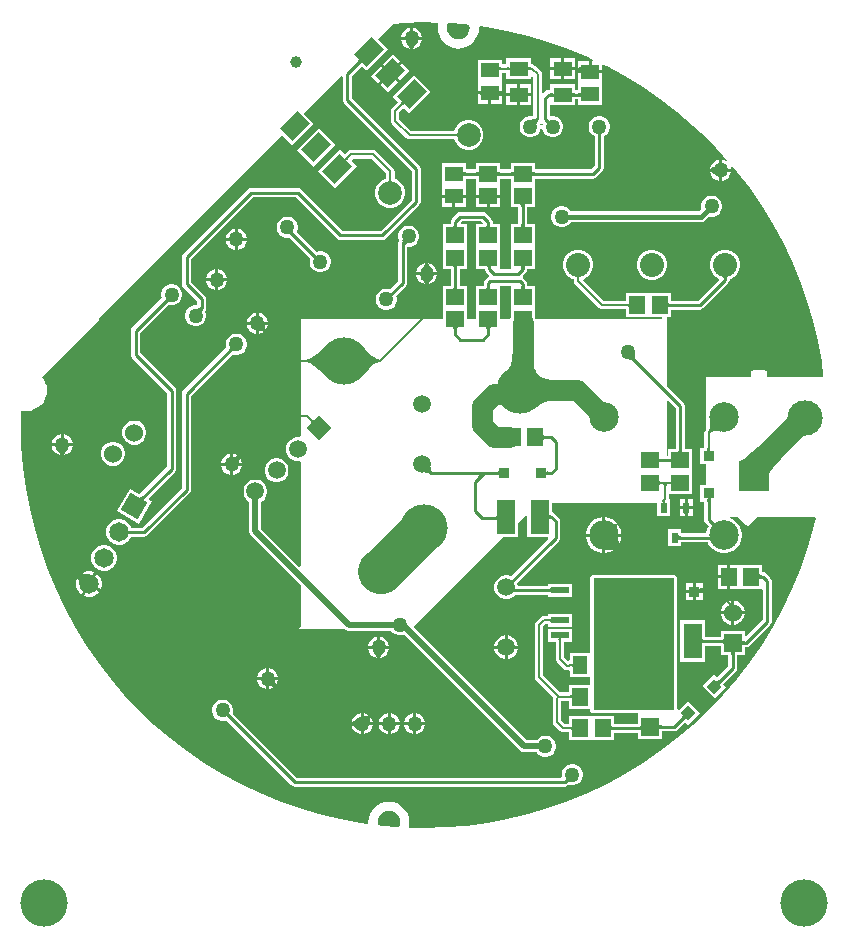
<source format=gbl>
G04*
G04 #@! TF.GenerationSoftware,Altium Limited,Altium Designer,21.6.4 (81)*
G04*
G04 Layer_Physical_Order=2*
G04 Layer_Color=16711680*
%FSLAX24Y24*%
%MOIN*%
G70*
G04*
G04 #@! TF.SameCoordinates,91C8DFC6-6E0A-4D14-B263-8AF1C318984C*
G04*
G04*
G04 #@! TF.FilePolarity,Positive*
G04*
G01*
G75*
%ADD10C,0.0394*%
%ADD11R,0.0531X0.0591*%
%ADD13R,0.0591X0.0531*%
%ADD16R,0.0512X0.0591*%
%ADD17R,0.0591X0.0512*%
%ADD26C,0.0080*%
%ADD27C,0.0100*%
%ADD28C,0.0200*%
%ADD29C,0.0150*%
%ADD31C,0.0700*%
%ADD36C,0.1575*%
%ADD37C,0.1181*%
%ADD38C,0.0591*%
%ADD39C,0.0600*%
%ADD40R,0.0600X0.0600*%
%ADD41C,0.0800*%
%ADD42R,0.0984X0.0984*%
%ADD43C,0.0984*%
%ADD44P,0.0919X4X285.0*%
%ADD45C,0.0650*%
%ADD46P,0.0835X4X270.0*%
%ADD47C,0.0787*%
%ADD48C,0.0500*%
%ADD49R,0.0591X0.0236*%
%ADD50R,0.0236X0.0374*%
%ADD51R,0.0374X0.0354*%
G04:AMPARAMS|DCode=52|XSize=35.4mil|YSize=37.4mil|CornerRadius=0mil|HoleSize=0mil|Usage=FLASHONLY|Rotation=225.000|XOffset=0mil|YOffset=0mil|HoleType=Round|Shape=Rectangle|*
%AMROTATEDRECTD52*
4,1,4,-0.0007,0.0258,0.0258,-0.0007,0.0007,-0.0258,-0.0258,0.0007,-0.0007,0.0258,0.0*
%
%ADD52ROTATEDRECTD52*%

%ADD53R,0.0354X0.0374*%
G04:AMPARAMS|DCode=54|XSize=59.1mil|YSize=82.7mil|CornerRadius=0mil|HoleSize=0mil|Usage=FLASHONLY|Rotation=135.000|XOffset=0mil|YOffset=0mil|HoleType=Round|Shape=Rectangle|*
%AMROTATEDRECTD54*
4,1,4,0.0501,0.0084,-0.0084,-0.0501,-0.0501,-0.0084,0.0084,0.0501,0.0501,0.0084,0.0*
%
%ADD54ROTATEDRECTD54*%

%ADD55R,0.0630X0.0492*%
%ADD56R,0.0610X0.1181*%
%ADD57C,0.1500*%
%ADD58C,0.0800*%
%ADD59R,0.2700X0.4400*%
G36*
X1404Y13356D02*
X1519Y13340D01*
X1522Y13334D01*
X1535Y13237D01*
X1522Y13139D01*
X1484Y13048D01*
X1424Y12970D01*
X1346Y12910D01*
X1255Y12872D01*
X1157Y12860D01*
X1060Y12872D01*
X969Y12910D01*
X891Y12970D01*
X831Y13048D01*
X793Y13139D01*
X780Y13237D01*
X793Y13334D01*
X821Y13401D01*
X1404Y13356D01*
D02*
G37*
G36*
X-2038Y12085D02*
X-2046Y12091D01*
X-2054Y12094D01*
X-2063Y12096D01*
X-2072Y12096D01*
X-2083Y12093D01*
X-2094Y12089D01*
X-2105Y12082D01*
X-2118Y12073D01*
X-2131Y12062D01*
X-2145Y12048D01*
X-2216Y12119D01*
X-2203Y12133D01*
X-2191Y12146D01*
X-2182Y12159D01*
X-2176Y12171D01*
X-2171Y12182D01*
X-2168Y12192D01*
X-2168Y12202D01*
X-2170Y12210D01*
X-2174Y12219D01*
X-2180Y12226D01*
X-2038Y12085D01*
D02*
G37*
G36*
X461Y13417D02*
X486Y13382D01*
X488Y13366D01*
X475Y13237D01*
X488Y13104D01*
X527Y12976D01*
X590Y12858D01*
X675Y12754D01*
X778Y12670D01*
X896Y12607D01*
X1024Y12568D01*
X1157Y12555D01*
X1291Y12568D01*
X1419Y12607D01*
X1537Y12670D01*
X1640Y12754D01*
X1725Y12858D01*
X1788Y12976D01*
X1827Y13104D01*
X1840Y13237D01*
X1838Y13259D01*
X1874Y13294D01*
X2101Y13264D01*
X2792Y13136D01*
X3476Y12972D01*
X4150Y12772D01*
X4813Y12537D01*
X5462Y12268D01*
X5650Y12179D01*
X5639Y12130D01*
X5600D01*
Y11824D01*
X5844D01*
Y11854D01*
X5845Y11846D01*
X5847Y11840D01*
X5851Y11834D01*
X5857Y11828D01*
X5864Y11824D01*
X5945D01*
Y11991D01*
X5988Y12018D01*
X6097Y11965D01*
X6715Y11630D01*
X7314Y11263D01*
X7893Y10864D01*
X8451Y10436D01*
X8986Y9980D01*
X9496Y9496D01*
X9980Y8986D01*
X10098Y8848D01*
X10065Y8809D01*
X10035Y8826D01*
X9950Y8849D01*
Y8550D01*
X10249D01*
X10232Y8614D01*
X10277Y8638D01*
X10436Y8451D01*
X10864Y7893D01*
X11263Y7314D01*
X11630Y6715D01*
X11965Y6097D01*
X12268Y5462D01*
X12537Y4813D01*
X12772Y4150D01*
X12972Y3476D01*
X13136Y2792D01*
X13264Y2101D01*
X13325Y1638D01*
X13292Y1600D01*
X11452D01*
Y1750D01*
X11444Y1789D01*
X11422Y1822D01*
X11389Y1844D01*
X11350Y1852D01*
X11000D01*
X10961Y1844D01*
X10928Y1822D01*
X10906Y1789D01*
X10898Y1750D01*
Y1600D01*
X9400D01*
Y-145D01*
X9399Y-146D01*
X9368Y-193D01*
X9357Y-247D01*
X9357Y-247D01*
Y-753D01*
X9213D01*
Y-1307D01*
X9400D01*
Y-1993D01*
X9213D01*
Y-2547D01*
X9347D01*
Y-3153D01*
X9359Y-3211D01*
X9392Y-3261D01*
X9502Y-3371D01*
X9491Y-3388D01*
X9446Y-3496D01*
X9425Y-3601D01*
X8592D01*
Y-3467D01*
X8156D01*
Y-4041D01*
X8592D01*
Y-3907D01*
X9474D01*
X9491Y-3949D01*
X9556Y-4046D01*
X9638Y-4128D01*
X9735Y-4193D01*
X9843Y-4238D01*
X9957Y-4261D01*
X10074D01*
X10188Y-4238D01*
X10296Y-4193D01*
X10393Y-4128D01*
X10476Y-4046D01*
X10540Y-3949D01*
X10585Y-3841D01*
X10608Y-3727D01*
Y-3610D01*
X10585Y-3496D01*
X10540Y-3388D01*
X10476Y-3291D01*
X10393Y-3209D01*
X10296Y-3144D01*
X10188Y-3099D01*
X10198Y-3050D01*
X10456D01*
X10728Y-3322D01*
X10761Y-3344D01*
X10800Y-3352D01*
X10839Y-3344D01*
X10872Y-3322D01*
X11122Y-3072D01*
X11137Y-3050D01*
X13033D01*
X13064Y-3089D01*
X12972Y-3476D01*
X12772Y-4150D01*
X12537Y-4813D01*
X12268Y-5462D01*
X11965Y-6097D01*
X11630Y-6715D01*
X11263Y-7314D01*
X10864Y-7893D01*
X10436Y-8451D01*
X9980Y-8986D01*
X9496Y-9496D01*
X8986Y-9980D01*
X8451Y-10436D01*
X7893Y-10864D01*
X7314Y-11263D01*
X6715Y-11630D01*
X6097Y-11965D01*
X5462Y-12268D01*
X4813Y-12537D01*
X4150Y-12772D01*
X3476Y-12972D01*
X2792Y-13136D01*
X2101Y-13264D01*
X1404Y-13356D01*
X703Y-13411D01*
X0Y-13429D01*
X-461Y-13417D01*
X-486Y-13382D01*
X-488Y-13366D01*
X-475Y-13237D01*
X-488Y-13104D01*
X-527Y-12976D01*
X-590Y-12858D01*
X-675Y-12754D01*
X-778Y-12670D01*
X-896Y-12607D01*
X-1024Y-12568D01*
X-1157Y-12555D01*
X-1291Y-12568D01*
X-1419Y-12607D01*
X-1537Y-12670D01*
X-1640Y-12754D01*
X-1725Y-12858D01*
X-1788Y-12976D01*
X-1827Y-13104D01*
X-1840Y-13237D01*
X-1838Y-13259D01*
X-1874Y-13294D01*
X-2101Y-13264D01*
X-2792Y-13136D01*
X-3476Y-12972D01*
X-4150Y-12772D01*
X-4813Y-12537D01*
X-5462Y-12268D01*
X-6097Y-11965D01*
X-6715Y-11630D01*
X-7314Y-11263D01*
X-7893Y-10864D01*
X-8451Y-10436D01*
X-8986Y-9980D01*
X-9496Y-9496D01*
X-9980Y-8986D01*
X-10436Y-8451D01*
X-10864Y-7893D01*
X-11263Y-7314D01*
X-11630Y-6715D01*
X-11965Y-6097D01*
X-12268Y-5462D01*
X-12537Y-4813D01*
X-12772Y-4150D01*
X-12972Y-3476D01*
X-13136Y-2792D01*
X-13264Y-2101D01*
X-13356Y-1404D01*
X-13411Y-703D01*
X-13429Y0D01*
X-13417Y461D01*
X-13382Y486D01*
X-13366Y488D01*
X-13237Y475D01*
X-13104Y488D01*
X-12976Y527D01*
X-12858Y590D01*
X-12754Y675D01*
X-12670Y778D01*
X-12607Y896D01*
X-12568Y1024D01*
X-12555Y1157D01*
X-12568Y1291D01*
X-12607Y1419D01*
X-12670Y1537D01*
X-12739Y1621D01*
X-10825Y3500D01*
Y3550D01*
X-4714Y9661D01*
X-4379Y9326D01*
X-3653Y10052D01*
X-3988Y10387D01*
X-2749Y11626D01*
X-2703Y11607D01*
Y10850D01*
X-2691Y10791D01*
X-2658Y10742D01*
X-403Y8487D01*
Y7513D01*
X-1438Y6478D01*
X-2712D01*
X-4092Y7858D01*
X-4141Y7891D01*
X-4200Y7903D01*
X-5750D01*
X-5809Y7891D01*
X-5858Y7858D01*
X-8008Y5708D01*
X-8041Y5659D01*
X-8053Y5600D01*
Y4700D01*
X-8041Y4641D01*
X-8008Y4592D01*
X-7553Y4137D01*
Y4001D01*
X-7554Y4000D01*
X-7646D01*
X-7735Y3976D01*
X-7815Y3930D01*
X-7880Y3865D01*
X-7926Y3785D01*
X-7950Y3696D01*
Y3604D01*
X-7926Y3515D01*
X-7880Y3435D01*
X-7815Y3370D01*
X-7735Y3324D01*
X-7646Y3300D01*
X-7554D01*
X-7465Y3324D01*
X-7385Y3370D01*
X-7320Y3435D01*
X-7274Y3515D01*
X-7250Y3604D01*
Y3696D01*
X-7274Y3785D01*
X-7287Y3808D01*
X-7259Y3850D01*
X-7247Y3909D01*
Y4200D01*
X-7259Y4259D01*
X-7292Y4308D01*
X-7747Y4763D01*
Y5537D01*
X-5687Y7597D01*
X-4263D01*
X-2883Y6217D01*
X-2834Y6184D01*
X-2775Y6172D01*
X-1375D01*
X-1316Y6184D01*
X-1267Y6217D01*
X-142Y7342D01*
X-109Y7391D01*
X-97Y7450D01*
Y8550D01*
X-109Y8609D01*
X-142Y8658D01*
X-2397Y10913D01*
Y11651D01*
X-2073Y11975D01*
X-1902Y11803D01*
X-1176Y12529D01*
X-1511Y12864D01*
X-987Y13388D01*
X-703Y13411D01*
X0Y13429D01*
X461Y13417D01*
D02*
G37*
G36*
X-7365Y3873D02*
X-7374Y3863D01*
X-7382Y3854D01*
X-7388Y3844D01*
X-7393Y3835D01*
X-7396Y3827D01*
X-7398Y3818D01*
X-7399Y3810D01*
X-7398Y3802D01*
X-7395Y3794D01*
X-7391Y3787D01*
X-7539Y3892D01*
X-7530Y3891D01*
X-7521Y3891D01*
X-7512Y3893D01*
X-7502Y3896D01*
X-7492Y3900D01*
X-7482Y3906D01*
X-7471Y3913D01*
X-7459Y3922D01*
X-7448Y3932D01*
X-7435Y3944D01*
X-7365Y3873D01*
D02*
G37*
G36*
X9924Y-215D02*
X9869Y-206D01*
X9818Y-200D01*
X9770Y-198D01*
X9725Y-199D01*
X9684Y-203D01*
X9646Y-211D01*
X9612Y-222D01*
X9581Y-237D01*
X9553Y-254D01*
X9528Y-276D01*
X9472Y-219D01*
X9493Y-194D01*
X9511Y-167D01*
X9525Y-135D01*
X9536Y-101D01*
X9544Y-63D01*
X9548Y-22D01*
X9549Y23D01*
X9547Y71D01*
X9541Y122D01*
X9532Y177D01*
X9924Y-215D01*
D02*
G37*
G36*
X12694Y-341D02*
X12688Y-343D01*
X12677Y-350D01*
X12662Y-363D01*
X12588Y-430D01*
X12425Y-591D01*
X11859Y-25D01*
X12109Y244D01*
X12694Y-341D01*
D02*
G37*
G36*
X9540Y-789D02*
X9542Y-803D01*
X9544Y-815D01*
X9546Y-826D01*
X9550Y-835D01*
X9554Y-842D01*
X9560Y-848D01*
X9566Y-852D01*
X9572Y-854D01*
X9580Y-855D01*
X9420D01*
X9428Y-854D01*
X9434Y-852D01*
X9440Y-848D01*
X9446Y-842D01*
X9450Y-835D01*
X9454Y-826D01*
X9456Y-815D01*
X9458Y-803D01*
X9460Y-789D01*
X9460Y-774D01*
X9540D01*
X9540Y-789D01*
D02*
G37*
G36*
X12057Y-959D02*
X11895Y-1126D01*
X11643Y-1424D01*
X11551Y-1555D01*
X11483Y-1674D01*
X11438Y-1781D01*
X11416Y-1876D01*
X11417Y-1960D01*
X11442Y-2031D01*
X11490Y-2090D01*
X10509Y-1209D01*
X10549Y-1201D01*
X10603Y-1175D01*
X10670Y-1133D01*
X10751Y-1073D01*
X10954Y-904D01*
X11361Y-522D01*
X11524Y-361D01*
X12057Y-959D01*
D02*
G37*
G36*
X9590Y-2446D02*
X9582Y-2449D01*
X9574Y-2454D01*
X9568Y-2461D01*
X9563Y-2470D01*
X9558Y-2481D01*
X9554Y-2494D01*
X9552Y-2510D01*
X9550Y-2527D01*
X9550Y-2546D01*
X9450D01*
X9449Y-2527D01*
X9448Y-2510D01*
X9445Y-2494D01*
X9442Y-2481D01*
X9438Y-2470D01*
X9432Y-2461D01*
X9426Y-2454D01*
X9418Y-2449D01*
X9409Y-2446D01*
X9400Y-2445D01*
X9600D01*
X9590Y-2446D01*
D02*
G37*
G36*
X8491Y-3663D02*
X8494Y-3672D01*
X8499Y-3679D01*
X8506Y-3686D01*
X8515Y-3691D01*
X8526Y-3696D01*
X8539Y-3699D01*
X8554Y-3702D01*
X8572Y-3703D01*
X8591Y-3704D01*
Y-3804D01*
X8572Y-3804D01*
X8554Y-3806D01*
X8539Y-3808D01*
X8526Y-3812D01*
X8515Y-3816D01*
X8506Y-3822D01*
X8499Y-3828D01*
X8494Y-3836D01*
X8491Y-3844D01*
X8490Y-3854D01*
Y-3654D01*
X8491Y-3663D01*
D02*
G37*
G36*
X-1060Y-12872D02*
X-969Y-12910D01*
X-891Y-12970D01*
X-831Y-13048D01*
X-793Y-13139D01*
X-780Y-13237D01*
X-793Y-13334D01*
X-821Y-13401D01*
X-1404Y-13356D01*
X-1519Y-13340D01*
X-1522Y-13334D01*
X-1535Y-13237D01*
X-1522Y-13139D01*
X-1484Y-13048D01*
X-1424Y-12970D01*
X-1346Y-12910D01*
X-1255Y-12872D01*
X-1157Y-12860D01*
X-1060Y-12872D01*
D02*
G37*
%LPC*%
G36*
X-350Y13249D02*
Y12950D01*
X-51D01*
X-74Y13035D01*
X-120Y13115D01*
X-185Y13180D01*
X-265Y13226D01*
X-350Y13249D01*
D02*
G37*
G36*
X-450D02*
X-535Y13226D01*
X-615Y13180D01*
X-680Y13115D01*
X-726Y13035D01*
X-749Y12950D01*
X-450D01*
Y13249D01*
D02*
G37*
G36*
X-51Y12850D02*
X-350D01*
Y12721D01*
X-225D01*
X-251Y12695D01*
X-294Y12646D01*
X-311Y12623D01*
X-326Y12601D01*
X-338Y12579D01*
X-348Y12559D01*
X-350Y12553D01*
Y12551D01*
X-265Y12574D01*
X-185Y12620D01*
X-120Y12685D01*
X-74Y12765D01*
X-51Y12850D01*
D02*
G37*
G36*
X-450D02*
X-749D01*
X-726Y12765D01*
X-680Y12685D01*
X-615Y12620D01*
X-535Y12574D01*
X-450Y12551D01*
Y12553D01*
X-452Y12559D01*
X-462Y12579D01*
X-474Y12601D01*
X-489Y12623D01*
X-506Y12646D01*
X-549Y12695D01*
X-575Y12721D01*
X-450D01*
Y12850D01*
D02*
G37*
G36*
X-1028Y12381D02*
X-1355Y12054D01*
X-1111Y11810D01*
X-855Y12066D01*
X-876Y12087D01*
X-870Y12082D01*
X-864Y12079D01*
X-857Y12078D01*
X-849Y12078D01*
X-841Y12080D01*
X-784Y12137D01*
X-1028Y12381D01*
D02*
G37*
G36*
X3587Y12229D02*
X2757D01*
Y12026D01*
X2595D01*
Y12180D01*
X1805D01*
Y11482D01*
X1805Y11468D01*
Y11432D01*
X1805Y11418D01*
Y11126D01*
X1886D01*
D01*
X1893Y11130D01*
X1899Y11136D01*
X1903Y11142D01*
X1905Y11148D01*
X1906Y11156D01*
Y11126D01*
X2200D01*
X2595D01*
Y11418D01*
X2595Y11432D01*
Y11468D01*
X2595Y11482D01*
Y11740D01*
X2757D01*
Y11537D01*
X3587D01*
Y11616D01*
X3637Y11640D01*
X3657Y11624D01*
Y10325D01*
X3618Y10294D01*
X3596Y10300D01*
X3504D01*
X3415Y10276D01*
X3335Y10230D01*
X3270Y10165D01*
X3224Y10085D01*
X3200Y9996D01*
Y9904D01*
X3224Y9815D01*
X3270Y9735D01*
X3335Y9670D01*
X3415Y9624D01*
X3504Y9600D01*
X3596D01*
X3685Y9624D01*
X3765Y9670D01*
X3830Y9735D01*
X3876Y9815D01*
X3900Y9904D01*
Y9996D01*
X3889Y10039D01*
X3898Y10052D01*
X3964Y10057D01*
X3966Y10055D01*
X3950Y9996D01*
Y9904D01*
X3974Y9815D01*
X4020Y9735D01*
X4085Y9670D01*
X4165Y9624D01*
X4254Y9600D01*
X4346D01*
X4435Y9624D01*
X4515Y9670D01*
X4580Y9735D01*
X4626Y9815D01*
X4650Y9904D01*
Y9996D01*
X4626Y10085D01*
X4580Y10165D01*
X4515Y10230D01*
X4435Y10276D01*
X4346Y10300D01*
X4254D01*
X4243Y10297D01*
X4203Y10327D01*
Y10625D01*
X4213Y10671D01*
X5043D01*
Y10864D01*
X5155D01*
Y10670D01*
X5945D01*
Y11368D01*
X5945Y11382D01*
Y11418D01*
X5945Y11432D01*
Y11724D01*
X5864D01*
D01*
X5857Y11720D01*
X5851Y11714D01*
X5847Y11708D01*
X5845Y11702D01*
X5844Y11694D01*
Y11724D01*
X5550D01*
X5155D01*
Y11432D01*
X5155Y11418D01*
Y11382D01*
X5155Y11368D01*
Y11170D01*
X5043D01*
Y11363D01*
X4213D01*
Y11170D01*
X4167D01*
X4108Y11158D01*
X4059Y11125D01*
X3989Y11055D01*
X3943Y11074D01*
Y11700D01*
X3932Y11755D01*
X3901Y11801D01*
X3901Y11801D01*
X3718Y11984D01*
X3672Y12015D01*
X3617Y12026D01*
X3587Y12061D01*
Y12229D01*
D02*
G37*
G36*
X-713Y12066D02*
X-770Y12009D01*
X-770Y12009D01*
X-772Y12001D01*
X-772Y11993D01*
X-771Y11986D01*
X-768Y11980D01*
X-763Y11974D01*
X-784Y11995D01*
X-1040Y11739D01*
X-796Y11495D01*
X-469Y11822D01*
X-713Y12066D01*
D02*
G37*
G36*
X5043Y12229D02*
X4678D01*
Y11933D01*
X4941D01*
Y11963D01*
X4942Y11955D01*
X4944Y11949D01*
X4948Y11943D01*
X4954Y11937D01*
X4961Y11933D01*
X5043D01*
Y12229D01*
D02*
G37*
G36*
X4578D02*
X4213D01*
Y11933D01*
X4578D01*
Y12229D01*
D02*
G37*
G36*
X5500Y12130D02*
X5155D01*
Y11824D01*
X5249D01*
X5244Y11829D01*
X5237Y11833D01*
X5228Y11837D01*
X5217Y11839D01*
X5205Y11841D01*
X5191Y11843D01*
X5176Y11843D01*
Y11923D01*
X5191Y11923D01*
X5205Y11925D01*
X5217Y11927D01*
X5228Y11929D01*
X5237Y11933D01*
X5244Y11937D01*
X5250Y11943D01*
X5254Y11949D01*
X5256Y11955D01*
X5257Y11963D01*
Y11824D01*
X5500D01*
Y12130D01*
D02*
G37*
G36*
X5043Y11833D02*
X4961D01*
D01*
X4954Y11829D01*
X4948Y11823D01*
X4944Y11817D01*
X4942Y11811D01*
X4941Y11803D01*
Y11833D01*
X4678D01*
Y11537D01*
X5043D01*
Y11833D01*
D02*
G37*
G36*
X4578D02*
X4213D01*
Y11537D01*
X4578D01*
Y11833D01*
D02*
G37*
G36*
X-1426Y11983D02*
X-1754Y11655D01*
X-1510Y11411D01*
X-1182Y11739D01*
X-1426Y11983D01*
D02*
G37*
G36*
X-1111Y11668D02*
X-1439Y11340D01*
X-1195Y11096D01*
X-867Y11424D01*
X-1111Y11668D01*
D02*
G37*
G36*
X3587Y11363D02*
X3222D01*
Y11067D01*
X3587D01*
Y11363D01*
D02*
G37*
G36*
X3122D02*
X2757D01*
Y11067D01*
X2839D01*
D01*
X2846Y11071D01*
X2852Y11077D01*
X2856Y11083D01*
X2858Y11089D01*
X2859Y11097D01*
Y11067D01*
X3122D01*
Y11363D01*
D02*
G37*
G36*
X2150Y11026D02*
X1906D01*
Y10996D01*
X1905Y11004D01*
X1903Y11010D01*
X1899Y11016D01*
X1893Y11022D01*
X1886Y11026D01*
X1805D01*
Y10720D01*
X2150D01*
Y11026D01*
D02*
G37*
G36*
X3122Y10967D02*
X2859D01*
Y10937D01*
X2858Y10945D01*
X2856Y10951D01*
X2852Y10957D01*
X2846Y10963D01*
X2839Y10967D01*
X2757D01*
Y10671D01*
X3122D01*
Y10753D01*
D01*
X3117Y10760D01*
X3112Y10766D01*
X3106Y10770D01*
X3099Y10772D01*
X3092Y10773D01*
X3122D01*
Y10967D01*
D02*
G37*
G36*
X2595Y11026D02*
X2574D01*
Y10977D01*
X2559Y10977D01*
X2545Y10975D01*
X2533Y10973D01*
X2522Y10971D01*
X2513Y10967D01*
X2506Y10963D01*
X2500Y10957D01*
X2496Y10951D01*
X2494Y10945D01*
X2493Y10937D01*
Y11026D01*
X2250D01*
Y10720D01*
X2595D01*
Y11026D01*
D02*
G37*
G36*
X3587Y10967D02*
X3222D01*
Y10773D01*
X3252D01*
X3244Y10772D01*
X3237Y10770D01*
X3231Y10766D01*
X3226Y10760D01*
X3222Y10753D01*
Y10671D01*
X3587D01*
Y10967D01*
D02*
G37*
G36*
X-321Y11674D02*
X-1047Y10948D01*
X-868Y10770D01*
X-1051Y10587D01*
X-1082Y10540D01*
X-1093Y10486D01*
X-1093Y10486D01*
Y10150D01*
X-1093Y10150D01*
X-1082Y10095D01*
X-1051Y10049D01*
X-574Y9572D01*
X-574Y9572D01*
X-528Y9541D01*
X-473Y9530D01*
X1023D01*
X1036Y9483D01*
X1101Y9370D01*
X1193Y9278D01*
X1305Y9213D01*
X1431Y9180D01*
X1561D01*
X1687Y9213D01*
X1799Y9278D01*
X1891Y9370D01*
X1956Y9483D01*
X1990Y9608D01*
Y9738D01*
X1956Y9864D01*
X1891Y9976D01*
X1799Y10068D01*
X1687Y10133D01*
X1561Y10167D01*
X1431D01*
X1305Y10133D01*
X1193Y10068D01*
X1101Y9976D01*
X1036Y9864D01*
X1023Y9816D01*
X-414D01*
X-807Y10209D01*
Y10427D01*
X-666Y10568D01*
X-488Y10389D01*
X238Y11115D01*
X-321Y11674D01*
D02*
G37*
G36*
X-3505Y9904D02*
X-4231Y9178D01*
X-3672Y8619D01*
X-2946Y9345D01*
X-3505Y9904D01*
D02*
G37*
G36*
X9850Y8849D02*
X9765Y8826D01*
X9685Y8780D01*
X9620Y8715D01*
X9574Y8635D01*
X9551Y8550D01*
X9553D01*
X9559Y8552D01*
X9579Y8562D01*
X9601Y8574D01*
X9623Y8589D01*
X9646Y8606D01*
X9695Y8649D01*
X9721Y8675D01*
Y8550D01*
X9850D01*
Y8849D01*
D02*
G37*
G36*
X5896Y10300D02*
X5804D01*
X5715Y10276D01*
X5635Y10230D01*
X5570Y10165D01*
X5524Y10085D01*
X5500Y9996D01*
Y9904D01*
X5524Y9815D01*
X5570Y9735D01*
X5635Y9670D01*
X5697Y9634D01*
Y8637D01*
X5587Y8527D01*
X3695D01*
Y8740D01*
X2905D01*
Y8527D01*
X2545D01*
Y8740D01*
X1755D01*
Y8527D01*
X1395D01*
Y8730D01*
X605D01*
Y8032D01*
X605Y8018D01*
Y7982D01*
X605Y7968D01*
Y7676D01*
X686D01*
D01*
X693Y7680D01*
X699Y7686D01*
X703Y7692D01*
X705Y7698D01*
X706Y7706D01*
Y7676D01*
X1000D01*
X1293D01*
Y7706D01*
X1294Y7698D01*
X1296Y7692D01*
X1300Y7686D01*
X1306Y7680D01*
X1313Y7676D01*
X1395D01*
Y7968D01*
X1395Y7982D01*
Y8018D01*
X1395Y8032D01*
Y8221D01*
X1755D01*
Y8042D01*
X1755Y8008D01*
X1755Y7958D01*
Y7676D01*
X1837D01*
X1844Y7680D01*
X1850Y7686D01*
X1854Y7692D01*
X1856Y7698D01*
X1857Y7706D01*
Y7676D01*
X2545D01*
Y7958D01*
X2545Y7992D01*
X2545Y8042D01*
Y8221D01*
X2905D01*
Y8042D01*
X2905Y8008D01*
X2905Y7958D01*
Y7260D01*
X3147D01*
Y6690D01*
X2905D01*
Y5992D01*
X2905Y5958D01*
X2905Y5908D01*
Y5210D01*
X2858Y5203D01*
X2592D01*
X2545Y5210D01*
Y5908D01*
X2545Y5942D01*
X2545Y5992D01*
Y6690D01*
X2303D01*
Y6774D01*
X2291Y6833D01*
X2258Y6882D01*
X2082Y7058D01*
X2033Y7091D01*
X1974Y7103D01*
X1226D01*
X1167Y7091D01*
X1118Y7058D01*
X942Y6882D01*
X909Y6833D01*
X897Y6774D01*
Y6690D01*
X655D01*
Y5992D01*
X655Y5958D01*
X655Y5908D01*
Y5210D01*
X897D01*
Y4640D01*
X655D01*
Y3942D01*
X655Y3908D01*
X655Y3858D01*
Y3550D01*
X-4100D01*
Y-372D01*
X-4140Y-402D01*
X-4144Y-401D01*
X-4248D01*
X-4349Y-428D01*
X-4439Y-480D01*
X-4513Y-554D01*
X-4565Y-644D01*
X-4592Y-744D01*
Y-848D01*
X-4565Y-949D01*
X-4513Y-1039D01*
X-4439Y-1113D01*
X-4349Y-1165D01*
X-4248Y-1192D01*
X-4144D01*
X-4140Y-1190D01*
X-4100Y-1221D01*
Y-4696D01*
X-4146Y-4715D01*
X-5407Y-3455D01*
Y-2549D01*
X-5368Y-2527D01*
X-5294Y-2453D01*
X-5242Y-2363D01*
X-5215Y-2263D01*
Y-2159D01*
X-5242Y-2058D01*
X-5294Y-1968D01*
X-5368Y-1894D01*
X-5458Y-1842D01*
X-5559Y-1815D01*
X-5663D01*
X-5763Y-1842D01*
X-5853Y-1894D01*
X-5927Y-1968D01*
X-5979Y-2058D01*
X-6006Y-2159D01*
Y-2263D01*
X-5979Y-2363D01*
X-5927Y-2453D01*
X-5853Y-2527D01*
X-5815Y-2549D01*
Y-3539D01*
X-5799Y-3617D01*
X-5755Y-3684D01*
X-4100Y-5338D01*
Y-6700D01*
X-4200Y-6800D01*
X-2636D01*
X-2578Y-6838D01*
X-2500Y-6854D01*
X-2500Y-6854D01*
X-1086D01*
X-1080Y-6865D01*
X-1015Y-6930D01*
X-935Y-6976D01*
X-846Y-7000D01*
X-754D01*
X-665Y-6976D01*
X-663Y-6975D01*
X3206Y-10844D01*
X3272Y-10888D01*
X3350Y-10904D01*
X3764D01*
X3770Y-10915D01*
X3835Y-10980D01*
X3915Y-11026D01*
X4004Y-11050D01*
X4096D01*
X4185Y-11026D01*
X4265Y-10980D01*
X4330Y-10915D01*
X4376Y-10835D01*
X4400Y-10746D01*
Y-10654D01*
X4376Y-10565D01*
X4330Y-10485D01*
X4265Y-10420D01*
X4185Y-10374D01*
X4096Y-10350D01*
X4004D01*
X3915Y-10374D01*
X3835Y-10420D01*
X3770Y-10485D01*
X3764Y-10496D01*
X3434D01*
X-331Y-6731D01*
X2659Y-3741D01*
X3144D01*
Y-3256D01*
X3410Y-2990D01*
X3456Y-3009D01*
Y-3741D01*
X4128D01*
X4147Y-3787D01*
X2902Y-5032D01*
X2802Y-5005D01*
X2698D01*
X2597Y-5032D01*
X2507Y-5084D01*
X2434Y-5157D01*
X2382Y-5247D01*
X2355Y-5348D01*
Y-5452D01*
X2382Y-5553D01*
X2434Y-5643D01*
X2507Y-5716D01*
X2597Y-5768D01*
X2698Y-5795D01*
X2802D01*
X2903Y-5768D01*
X2993Y-5716D01*
X3056Y-5653D01*
X4142D01*
Y-5718D01*
X4932D01*
Y-5282D01*
X4142D01*
Y-5347D01*
X3145D01*
X3118Y-5248D01*
X4508Y-3858D01*
X4541Y-3809D01*
X4553Y-3750D01*
Y-3200D01*
X4541Y-3141D01*
X4508Y-3092D01*
X4358Y-2942D01*
X4309Y-2909D01*
X4266Y-2900D01*
Y-2600D01*
X7782D01*
Y-3037D01*
X8218D01*
Y-2463D01*
X8203D01*
X8193Y-2450D01*
X8193Y-2450D01*
Y-2290D01*
X8945D01*
Y-1558D01*
X8945D01*
Y-1542D01*
X8945D01*
Y-810D01*
X8703D01*
Y650D01*
X8691Y709D01*
X8658Y758D01*
X8100Y1316D01*
Y3550D01*
X8095Y3555D01*
X8116Y3605D01*
X8240D01*
Y3847D01*
X9200D01*
X9259Y3859D01*
X9308Y3892D01*
X10158Y4742D01*
X10191Y4791D01*
X10203Y4850D01*
Y4873D01*
X10243Y4884D01*
X10357Y4950D01*
X10450Y5043D01*
X10516Y5157D01*
X10550Y5284D01*
Y5416D01*
X10516Y5543D01*
X10450Y5657D01*
X10357Y5750D01*
X10243Y5816D01*
X10116Y5850D01*
X9984D01*
X9857Y5816D01*
X9743Y5750D01*
X9650Y5657D01*
X9584Y5543D01*
X9550Y5416D01*
Y5284D01*
X9584Y5157D01*
X9650Y5043D01*
X9743Y4950D01*
X9819Y4906D01*
X9827Y4844D01*
X9137Y4153D01*
X8240D01*
Y4395D01*
X7542D01*
X7508Y4395D01*
X7458Y4395D01*
X6760D01*
Y4143D01*
X6009D01*
X5325Y4827D01*
X5339Y4883D01*
X5343Y4884D01*
X5457Y4950D01*
X5550Y5043D01*
X5616Y5157D01*
X5650Y5284D01*
Y5416D01*
X5616Y5543D01*
X5550Y5657D01*
X5457Y5750D01*
X5343Y5816D01*
X5216Y5850D01*
X5084D01*
X4957Y5816D01*
X4843Y5750D01*
X4750Y5657D01*
X4684Y5543D01*
X4650Y5416D01*
Y5284D01*
X4684Y5157D01*
X4750Y5043D01*
X4843Y4950D01*
X4957Y4884D01*
X5007Y4871D01*
Y4800D01*
X5007Y4800D01*
X5018Y4745D01*
X5049Y4699D01*
X5849Y3899D01*
X5849Y3899D01*
X5895Y3868D01*
X5950Y3857D01*
X5950Y3857D01*
X6760D01*
Y3605D01*
X7458D01*
X7492Y3605D01*
X7542Y3605D01*
X7929D01*
X7956Y3555D01*
X7953Y3550D01*
X3725D01*
X3695Y3622D01*
Y3858D01*
X3695Y3892D01*
X3695Y3942D01*
Y4640D01*
X3453D01*
Y4700D01*
X3441Y4759D01*
X3408Y4808D01*
X3308Y4908D01*
X3300Y4913D01*
X3294Y4978D01*
X3408Y5092D01*
X3441Y5141D01*
X3453Y5200D01*
Y5210D01*
X3695D01*
Y5908D01*
X3695Y5942D01*
X3695Y5992D01*
Y6690D01*
X3453D01*
Y7260D01*
X3695D01*
Y7958D01*
X3695Y7992D01*
X3695Y8042D01*
Y8221D01*
X5650D01*
X5709Y8233D01*
X5758Y8266D01*
X5958Y8466D01*
X5991Y8515D01*
X6003Y8574D01*
Y9634D01*
X6065Y9670D01*
X6130Y9735D01*
X6176Y9815D01*
X6200Y9904D01*
Y9996D01*
X6176Y10085D01*
X6130Y10165D01*
X6065Y10230D01*
X5985Y10276D01*
X5896Y10300D01*
D02*
G37*
G36*
X9850Y8450D02*
X9721D01*
Y8325D01*
X9695Y8351D01*
X9646Y8394D01*
X9623Y8411D01*
X9601Y8426D01*
X9579Y8438D01*
X9559Y8448D01*
X9553Y8450D01*
X9551D01*
X9574Y8365D01*
X9620Y8285D01*
X9685Y8220D01*
X9765Y8174D01*
X9850Y8151D01*
Y8450D01*
D02*
G37*
G36*
X10249D02*
X9950D01*
Y8151D01*
X10035Y8174D01*
X10115Y8220D01*
X10180Y8285D01*
X10226Y8365D01*
X10249Y8450D01*
D02*
G37*
G36*
X2100Y7576D02*
X1857D01*
Y7546D01*
X1856Y7554D01*
X1854Y7560D01*
X1850Y7566D01*
X1844Y7572D01*
X1837Y7576D01*
X1755D01*
Y7260D01*
X2100D01*
Y7576D01*
D02*
G37*
G36*
X1395D02*
X1313D01*
D01*
X1306Y7572D01*
X1300Y7566D01*
X1296Y7560D01*
X1294Y7554D01*
X1293Y7546D01*
Y7576D01*
X1050D01*
Y7270D01*
X1395D01*
Y7576D01*
D02*
G37*
G36*
X950D02*
X706D01*
Y7546D01*
X705Y7554D01*
X703Y7560D01*
X699Y7566D01*
X693Y7572D01*
X686Y7576D01*
X605D01*
Y7270D01*
X950D01*
Y7576D01*
D02*
G37*
G36*
X2545D02*
X2200D01*
Y7260D01*
X2545D01*
Y7576D01*
D02*
G37*
G36*
X-2798Y9197D02*
X-3524Y8471D01*
X-2965Y7912D01*
X-2239Y8638D01*
X-2418Y8816D01*
X-2352Y8882D01*
X-1734D01*
X-1257Y8405D01*
Y8221D01*
X-1305Y8208D01*
X-1417Y8143D01*
X-1509Y8051D01*
X-1574Y7939D01*
X-1608Y7813D01*
Y7683D01*
X-1574Y7557D01*
X-1509Y7445D01*
X-1417Y7353D01*
X-1305Y7288D01*
X-1179Y7254D01*
X-1049D01*
X-924Y7288D01*
X-811Y7353D01*
X-719Y7445D01*
X-654Y7557D01*
X-620Y7683D01*
Y7813D01*
X-654Y7939D01*
X-719Y8051D01*
X-811Y8143D01*
X-924Y8208D01*
X-971Y8221D01*
Y8464D01*
X-971Y8464D01*
X-982Y8519D01*
X-1013Y8565D01*
X-1013Y8565D01*
X-1574Y9126D01*
X-1620Y9157D01*
X-1675Y9168D01*
X-1675Y9168D01*
X-2411D01*
X-2411Y9168D01*
X-2465Y9157D01*
X-2512Y9126D01*
X-2512Y9126D01*
X-2620Y9018D01*
X-2798Y9197D01*
D02*
G37*
G36*
X9646Y7650D02*
X9554D01*
X9465Y7626D01*
X9385Y7580D01*
X9320Y7515D01*
X9274Y7435D01*
X9250Y7346D01*
Y7254D01*
X9261Y7213D01*
X9176Y7128D01*
X4901D01*
X4880Y7165D01*
X4815Y7230D01*
X4735Y7276D01*
X4646Y7300D01*
X4554D01*
X4465Y7276D01*
X4385Y7230D01*
X4320Y7165D01*
X4274Y7085D01*
X4250Y6996D01*
Y6904D01*
X4274Y6815D01*
X4320Y6735D01*
X4385Y6670D01*
X4465Y6624D01*
X4554Y6600D01*
X4646D01*
X4735Y6624D01*
X4815Y6670D01*
X4880Y6735D01*
X4901Y6772D01*
X9250D01*
X9318Y6785D01*
X9376Y6824D01*
X9513Y6961D01*
X9554Y6950D01*
X9646D01*
X9735Y6974D01*
X9815Y7020D01*
X9880Y7085D01*
X9926Y7165D01*
X9950Y7254D01*
Y7346D01*
X9926Y7435D01*
X9880Y7515D01*
X9815Y7580D01*
X9735Y7626D01*
X9646Y7650D01*
D02*
G37*
G36*
X-6200Y6549D02*
Y6250D01*
X-5901D01*
X-5924Y6335D01*
X-5970Y6415D01*
X-6035Y6480D01*
X-6115Y6526D01*
X-6200Y6549D01*
D02*
G37*
G36*
X-6300D02*
X-6385Y6526D01*
X-6465Y6480D01*
X-6530Y6415D01*
X-6576Y6335D01*
X-6599Y6250D01*
X-6300D01*
Y6549D01*
D02*
G37*
G36*
X-5901Y6150D02*
X-6200D01*
Y5851D01*
X-6115Y5874D01*
X-6035Y5920D01*
X-5970Y5985D01*
X-5924Y6065D01*
X-5901Y6150D01*
D02*
G37*
G36*
X-6300D02*
X-6599D01*
X-6576Y6065D01*
X-6530Y5985D01*
X-6465Y5920D01*
X-6385Y5874D01*
X-6300Y5851D01*
Y6150D01*
D02*
G37*
G36*
X150Y5399D02*
Y5397D01*
X152Y5391D01*
X162Y5371D01*
X174Y5349D01*
X189Y5327D01*
X206Y5304D01*
X249Y5255D01*
X275Y5229D01*
X150D01*
Y5100D01*
X449D01*
X426Y5185D01*
X380Y5265D01*
X315Y5330D01*
X235Y5376D01*
X150Y5399D01*
D02*
G37*
G36*
X50D02*
X-35Y5376D01*
X-115Y5330D01*
X-180Y5265D01*
X-226Y5185D01*
X-249Y5100D01*
X50D01*
Y5229D01*
X-75D01*
X-49Y5255D01*
X-6Y5304D01*
X11Y5327D01*
X26Y5349D01*
X38Y5371D01*
X48Y5391D01*
X50Y5397D01*
Y5399D01*
D02*
G37*
G36*
X-4504Y6950D02*
X-4596D01*
X-4685Y6926D01*
X-4765Y6880D01*
X-4830Y6815D01*
X-4876Y6735D01*
X-4900Y6646D01*
Y6554D01*
X-4876Y6465D01*
X-4830Y6385D01*
X-4765Y6320D01*
X-4685Y6274D01*
X-4596Y6250D01*
X-4504D01*
X-4474Y6258D01*
X-3781Y5565D01*
X-3800Y5496D01*
Y5404D01*
X-3776Y5315D01*
X-3730Y5235D01*
X-3665Y5170D01*
X-3585Y5124D01*
X-3496Y5100D01*
X-3404D01*
X-3315Y5124D01*
X-3235Y5170D01*
X-3170Y5235D01*
X-3124Y5315D01*
X-3100Y5404D01*
Y5496D01*
X-3124Y5585D01*
X-3170Y5665D01*
X-3235Y5730D01*
X-3315Y5776D01*
X-3404Y5800D01*
X-3496D01*
X-3565Y5781D01*
X-4233Y6449D01*
X-4224Y6465D01*
X-4200Y6554D01*
Y6646D01*
X-4224Y6735D01*
X-4270Y6815D01*
X-4335Y6880D01*
X-4415Y6926D01*
X-4504Y6950D01*
D02*
G37*
G36*
X-6850Y5199D02*
Y4900D01*
X-6551D01*
X-6574Y4985D01*
X-6620Y5065D01*
X-6685Y5130D01*
X-6765Y5176D01*
X-6850Y5199D01*
D02*
G37*
G36*
X-6950D02*
X-7035Y5176D01*
X-7115Y5130D01*
X-7180Y5065D01*
X-7226Y4985D01*
X-7249Y4900D01*
X-6950D01*
Y5199D01*
D02*
G37*
G36*
X7666Y5850D02*
X7534D01*
X7407Y5816D01*
X7293Y5750D01*
X7200Y5657D01*
X7134Y5543D01*
X7100Y5416D01*
Y5284D01*
X7134Y5157D01*
X7200Y5043D01*
X7293Y4950D01*
X7407Y4884D01*
X7534Y4850D01*
X7666D01*
X7793Y4884D01*
X7907Y4950D01*
X8000Y5043D01*
X8066Y5157D01*
X8100Y5284D01*
Y5416D01*
X8066Y5543D01*
X8000Y5657D01*
X7907Y5750D01*
X7793Y5816D01*
X7666Y5850D01*
D02*
G37*
G36*
X449Y5000D02*
X150D01*
Y4871D01*
X275D01*
X249Y4845D01*
X206Y4796D01*
X189Y4773D01*
X174Y4751D01*
X162Y4729D01*
X152Y4709D01*
X150Y4703D01*
Y4701D01*
X235Y4724D01*
X315Y4770D01*
X380Y4835D01*
X426Y4915D01*
X449Y5000D01*
D02*
G37*
G36*
X50D02*
X-249D01*
X-226Y4915D01*
X-180Y4835D01*
X-115Y4770D01*
X-35Y4724D01*
X50Y4701D01*
Y4703D01*
X48Y4709D01*
X38Y4729D01*
X26Y4751D01*
X11Y4773D01*
X-6Y4796D01*
X-49Y4845D01*
X-75Y4871D01*
X50D01*
Y5000D01*
D02*
G37*
G36*
X-454Y6650D02*
X-546D01*
X-635Y6626D01*
X-715Y6580D01*
X-780Y6515D01*
X-826Y6435D01*
X-850Y6346D01*
Y6254D01*
X-826Y6165D01*
X-813Y6142D01*
X-841Y6100D01*
X-853Y6041D01*
Y4813D01*
X-1135Y4531D01*
X-1204Y4550D01*
X-1296D01*
X-1385Y4526D01*
X-1465Y4480D01*
X-1530Y4415D01*
X-1576Y4335D01*
X-1600Y4246D01*
Y4154D01*
X-1576Y4065D01*
X-1530Y3985D01*
X-1465Y3920D01*
X-1385Y3874D01*
X-1296Y3850D01*
X-1204D01*
X-1115Y3874D01*
X-1035Y3920D01*
X-970Y3985D01*
X-924Y4065D01*
X-900Y4154D01*
Y4246D01*
X-919Y4315D01*
X-592Y4642D01*
X-559Y4691D01*
X-547Y4750D01*
Y5949D01*
X-546Y5950D01*
X-454D01*
X-365Y5974D01*
X-285Y6020D01*
X-220Y6085D01*
X-174Y6165D01*
X-150Y6254D01*
Y6346D01*
X-174Y6435D01*
X-220Y6515D01*
X-285Y6580D01*
X-365Y6626D01*
X-454Y6650D01*
D02*
G37*
G36*
X-6551Y4800D02*
X-6850D01*
Y4501D01*
X-6765Y4524D01*
X-6685Y4570D01*
X-6620Y4635D01*
X-6574Y4715D01*
X-6551Y4800D01*
D02*
G37*
G36*
X-6950D02*
X-7249D01*
X-7226Y4715D01*
X-7180Y4635D01*
X-7115Y4570D01*
X-7035Y4524D01*
X-6950Y4501D01*
Y4800D01*
D02*
G37*
G36*
X-8354Y4700D02*
X-8446D01*
X-8535Y4676D01*
X-8615Y4630D01*
X-8680Y4565D01*
X-8726Y4485D01*
X-8750Y4396D01*
Y4304D01*
X-8731Y4235D01*
X-9708Y3258D01*
X-9741Y3209D01*
X-9753Y3150D01*
Y2350D01*
X-9741Y2291D01*
X-9708Y2242D01*
X-8553Y1087D01*
Y-1387D01*
X-9476Y-2310D01*
X-9806Y-2119D01*
X-10231Y-2856D01*
X-9494Y-3281D01*
X-9069Y-2544D01*
X-9166Y-2489D01*
X-9173Y-2439D01*
X-8292Y-1558D01*
X-8259Y-1509D01*
X-8247Y-1450D01*
Y1150D01*
X-8259Y1209D01*
X-8292Y1258D01*
X-9447Y2413D01*
Y3087D01*
X-8515Y4019D01*
X-8446Y4000D01*
X-8354D01*
X-8265Y4024D01*
X-8185Y4070D01*
X-8120Y4135D01*
X-8074Y4215D01*
X-8050Y4304D01*
Y4396D01*
X-8074Y4485D01*
X-8120Y4565D01*
X-8185Y4630D01*
X-8265Y4676D01*
X-8354Y4700D01*
D02*
G37*
G36*
X-5500Y3749D02*
Y3450D01*
X-5201D01*
X-5224Y3535D01*
X-5270Y3615D01*
X-5335Y3680D01*
X-5415Y3726D01*
X-5500Y3749D01*
D02*
G37*
G36*
X-5600D02*
X-5685Y3726D01*
X-5765Y3680D01*
X-5830Y3615D01*
X-5876Y3535D01*
X-5899Y3450D01*
X-5600D01*
Y3749D01*
D02*
G37*
G36*
X-5348Y3350D02*
X-5500D01*
Y3198D01*
X-5348Y3350D01*
D02*
G37*
G36*
X-5201D02*
X-5299D01*
X-5296Y3296D01*
X-5292Y3267D01*
X-5286Y3241D01*
X-5280Y3217D01*
X-5272Y3196D01*
X-5268Y3188D01*
X-5224Y3265D01*
X-5201Y3350D01*
D02*
G37*
G36*
X-5500Y3149D02*
Y3051D01*
X-5415Y3074D01*
X-5338Y3118D01*
X-5346Y3122D01*
X-5367Y3130D01*
X-5391Y3136D01*
X-5417Y3142D01*
X-5446Y3146D01*
X-5500Y3149D01*
D02*
G37*
G36*
X-5600Y3350D02*
X-5899D01*
X-5876Y3265D01*
X-5830Y3185D01*
X-5765Y3120D01*
X-5685Y3074D01*
X-5600Y3051D01*
Y3350D01*
D02*
G37*
G36*
X-6204Y3050D02*
X-6296D01*
X-6385Y3026D01*
X-6465Y2980D01*
X-6530Y2915D01*
X-6576Y2835D01*
X-6600Y2746D01*
Y2654D01*
X-6581Y2585D01*
X-8008Y1158D01*
X-8041Y1109D01*
X-8053Y1050D01*
Y-2087D01*
X-9379Y-3413D01*
X-9751D01*
X-9754Y-3402D01*
X-9810Y-3305D01*
X-9889Y-3226D01*
X-9986Y-3170D01*
X-10094Y-3141D01*
X-10206Y-3141D01*
X-10314Y-3170D01*
X-10411Y-3226D01*
X-10490Y-3305D01*
X-10546Y-3402D01*
X-10575Y-3510D01*
X-10575Y-3622D01*
X-10546Y-3730D01*
X-10490Y-3827D01*
X-10411Y-3906D01*
X-10314Y-3962D01*
X-10206Y-3991D01*
X-10094Y-3991D01*
X-9986Y-3962D01*
X-9889Y-3906D01*
X-9810Y-3827D01*
X-9754Y-3730D01*
X-9751Y-3719D01*
X-9316D01*
X-9258Y-3707D01*
X-9208Y-3674D01*
X-7792Y-2258D01*
X-7759Y-2209D01*
X-7747Y-2150D01*
Y987D01*
X-6365Y2369D01*
X-6296Y2350D01*
X-6204D01*
X-6115Y2374D01*
X-6035Y2420D01*
X-5970Y2485D01*
X-5924Y2565D01*
X-5900Y2654D01*
Y2746D01*
X-5924Y2835D01*
X-5970Y2915D01*
X-6035Y2980D01*
X-6115Y3026D01*
X-6204Y3050D01*
D02*
G37*
G36*
X-12000Y-301D02*
Y-600D01*
X-11701D01*
X-11724Y-515D01*
X-11770Y-435D01*
X-11835Y-370D01*
X-11915Y-324D01*
X-12000Y-301D01*
D02*
G37*
G36*
X-12100D02*
X-12185Y-324D01*
X-12265Y-370D01*
X-12330Y-435D01*
X-12376Y-515D01*
X-12399Y-600D01*
X-12100D01*
Y-301D01*
D02*
G37*
G36*
X-9597Y150D02*
X-9703D01*
X-9804Y123D01*
X-9896Y70D01*
X-9970Y-4D01*
X-10023Y-96D01*
X-10050Y-197D01*
Y-303D01*
X-10023Y-404D01*
X-9970Y-496D01*
X-9896Y-570D01*
X-9804Y-623D01*
X-9703Y-650D01*
X-9597D01*
X-9496Y-623D01*
X-9404Y-570D01*
X-9330Y-496D01*
X-9277Y-404D01*
X-9250Y-303D01*
Y-197D01*
X-9277Y-96D01*
X-9330Y-4D01*
X-9404Y70D01*
X-9496Y123D01*
X-9597Y150D01*
D02*
G37*
G36*
X-11701Y-700D02*
X-12000D01*
Y-829D01*
X-11875D01*
X-11901Y-855D01*
X-11944Y-904D01*
X-11961Y-927D01*
X-11976Y-949D01*
X-11988Y-971D01*
X-11998Y-991D01*
X-12000Y-997D01*
Y-999D01*
X-11915Y-976D01*
X-11835Y-930D01*
X-11770Y-865D01*
X-11724Y-785D01*
X-11701Y-700D01*
D02*
G37*
G36*
X-12100D02*
X-12399D01*
X-12376Y-785D01*
X-12330Y-865D01*
X-12265Y-930D01*
X-12185Y-976D01*
X-12100Y-999D01*
Y-997D01*
X-12102Y-991D01*
X-12112Y-971D01*
X-12124Y-949D01*
X-12139Y-927D01*
X-12156Y-904D01*
X-12199Y-855D01*
X-12225Y-829D01*
X-12100D01*
Y-700D01*
D02*
G37*
G36*
X-6350Y-951D02*
Y-1049D01*
X-6296Y-1046D01*
X-6267Y-1041D01*
X-6241Y-1036D01*
X-6217Y-1030D01*
X-6196Y-1022D01*
X-6188Y-1018D01*
X-6265Y-974D01*
X-6350Y-951D01*
D02*
G37*
G36*
X-6118Y-1088D02*
X-6122Y-1096D01*
X-6130Y-1117D01*
X-6136Y-1141D01*
X-6141Y-1167D01*
X-6146Y-1196D01*
X-6149Y-1250D01*
X-6051D01*
X-6074Y-1165D01*
X-6118Y-1088D01*
D02*
G37*
G36*
X-6350Y-1098D02*
Y-1250D01*
X-6198D01*
X-6350Y-1098D01*
D02*
G37*
G36*
X-6450Y-951D02*
X-6535Y-974D01*
X-6615Y-1020D01*
X-6680Y-1085D01*
X-6726Y-1165D01*
X-6749Y-1250D01*
X-6450D01*
Y-951D01*
D02*
G37*
G36*
X-10304Y-557D02*
X-10410D01*
X-10511Y-584D01*
X-10603Y-637D01*
X-10677Y-711D01*
X-10730Y-803D01*
X-10757Y-904D01*
Y-1010D01*
X-10730Y-1111D01*
X-10677Y-1203D01*
X-10603Y-1277D01*
X-10511Y-1330D01*
X-10410Y-1357D01*
X-10304D01*
X-10203Y-1330D01*
X-10112Y-1277D01*
X-10037Y-1203D01*
X-9984Y-1111D01*
X-9957Y-1010D01*
Y-904D01*
X-9984Y-803D01*
X-10037Y-711D01*
X-10112Y-637D01*
X-10203Y-584D01*
X-10304Y-557D01*
D02*
G37*
G36*
X-6051Y-1350D02*
X-6350D01*
Y-1649D01*
X-6265Y-1626D01*
X-6185Y-1580D01*
X-6120Y-1515D01*
X-6074Y-1435D01*
X-6051Y-1350D01*
D02*
G37*
G36*
X-6450D02*
X-6749D01*
X-6726Y-1435D01*
X-6680Y-1515D01*
X-6615Y-1580D01*
X-6535Y-1626D01*
X-6450Y-1649D01*
Y-1350D01*
D02*
G37*
G36*
X-4852Y-1108D02*
X-4956D01*
X-5056Y-1135D01*
X-5146Y-1187D01*
X-5220Y-1261D01*
X-5272Y-1351D01*
X-5299Y-1452D01*
Y-1556D01*
X-5272Y-1656D01*
X-5220Y-1746D01*
X-5146Y-1820D01*
X-5056Y-1872D01*
X-4956Y-1899D01*
X-4852D01*
X-4751Y-1872D01*
X-4661Y-1820D01*
X-4587Y-1746D01*
X-4535Y-1656D01*
X-4508Y-1556D01*
Y-1452D01*
X-4535Y-1351D01*
X-4587Y-1261D01*
X-4661Y-1187D01*
X-4751Y-1135D01*
X-4852Y-1108D01*
D02*
G37*
G36*
X8966Y-2463D02*
X8798D01*
Y-2700D01*
X8966D01*
Y-2463D01*
D02*
G37*
G36*
X8698D02*
X8530D01*
Y-2700D01*
X8698D01*
Y-2463D01*
D02*
G37*
G36*
X8966Y-2800D02*
X8798D01*
Y-2935D01*
X8828D01*
X8820Y-2935D01*
X8814Y-2938D01*
X8808Y-2942D01*
X8802Y-2948D01*
X8798Y-2955D01*
Y-3037D01*
X8966D01*
Y-2800D01*
D02*
G37*
G36*
X8698D02*
X8530D01*
Y-3037D01*
X8698D01*
Y-2955D01*
X8698Y-2955D01*
X8694Y-2948D01*
X8688Y-2942D01*
X8682Y-2938D01*
X8676Y-2935D01*
X8668Y-2935D01*
X8698D01*
Y-2800D01*
D02*
G37*
G36*
X6058Y-3076D02*
X6050D01*
Y-3619D01*
X6592D01*
Y-3610D01*
X6569Y-3496D01*
X6525Y-3388D01*
X6460Y-3291D01*
X6377Y-3209D01*
X6280Y-3144D01*
X6173Y-3099D01*
X6058Y-3076D01*
D02*
G37*
G36*
X5950D02*
X5942D01*
X5827Y-3099D01*
X5720Y-3144D01*
X5623Y-3209D01*
X5540Y-3291D01*
X5475Y-3388D01*
X5431Y-3496D01*
X5408Y-3610D01*
Y-3619D01*
X5950D01*
Y-3076D01*
D02*
G37*
G36*
X6592Y-3719D02*
X6492D01*
X6492Y-3755D01*
X6505Y-3962D01*
X6507Y-3976D01*
X6525Y-3949D01*
X6569Y-3841D01*
X6592Y-3727D01*
Y-3719D01*
D02*
G37*
G36*
X6447D02*
X6050D01*
Y-4116D01*
X6447Y-3719D01*
D02*
G37*
G36*
X6050Y-4161D02*
Y-4261D01*
X6058D01*
X6173Y-4238D01*
X6280Y-4193D01*
X6307Y-4175D01*
X6293Y-4173D01*
X6162Y-4163D01*
X6050Y-4161D01*
D02*
G37*
G36*
X5950Y-3719D02*
X5408D01*
Y-3727D01*
X5431Y-3841D01*
X5475Y-3949D01*
X5540Y-4046D01*
X5623Y-4128D01*
X5720Y-4193D01*
X5827Y-4238D01*
X5942Y-4261D01*
X5950D01*
Y-3719D01*
D02*
G37*
G36*
X-10594Y-4007D02*
X-10706Y-4007D01*
X-10814Y-4036D01*
X-10911Y-4092D01*
X-10990Y-4171D01*
X-11046Y-4268D01*
X-11075Y-4376D01*
X-11075Y-4488D01*
X-11046Y-4596D01*
X-10990Y-4693D01*
X-10911Y-4772D01*
X-10814Y-4828D01*
X-10706Y-4857D01*
X-10594Y-4857D01*
X-10486Y-4828D01*
X-10389Y-4772D01*
X-10310Y-4693D01*
X-10254Y-4596D01*
X-10225Y-4488D01*
X-10225Y-4376D01*
X-10254Y-4268D01*
X-10310Y-4171D01*
X-10389Y-4092D01*
X-10486Y-4036D01*
X-10594Y-4007D01*
D02*
G37*
G36*
X10126Y-4655D02*
X9810D01*
Y-5000D01*
X9891D01*
D01*
X9899Y-4996D01*
X9904Y-4990D01*
X9908Y-4984D01*
X9911Y-4978D01*
X9911Y-4970D01*
Y-5000D01*
X10126D01*
Y-4655D01*
D02*
G37*
G36*
Y-5100D02*
X9911D01*
Y-5130D01*
X9911Y-5122D01*
X9908Y-5116D01*
X9904Y-5110D01*
X9899Y-5104D01*
X9891Y-5100D01*
X9810D01*
Y-5445D01*
X10126D01*
Y-5100D01*
D02*
G37*
G36*
X-11094Y-4873D02*
X-11206Y-4873D01*
X-11314Y-4902D01*
X-11397Y-4950D01*
X-11368Y-4957D01*
X-11333Y-4963D01*
X-11294Y-4968D01*
X-11204Y-4973D01*
X-11153Y-4973D01*
X-11321Y-5141D01*
X-11168Y-5230D01*
X-10981Y-4905D01*
X-10986Y-4902D01*
X-11094Y-4873D01*
D02*
G37*
G36*
X-10894Y-4955D02*
X-11082Y-5280D01*
X-10757Y-5467D01*
X-10754Y-5462D01*
X-10725Y-5354D01*
X-10725Y-5242D01*
X-10754Y-5134D01*
X-10810Y-5037D01*
X-10889Y-4958D01*
X-10894Y-4955D01*
D02*
G37*
G36*
X9297Y-5263D02*
X9070D01*
Y-5500D01*
X9195D01*
Y-5405D01*
X9196Y-5412D01*
X9198Y-5418D01*
X9202Y-5423D01*
X9207Y-5427D01*
X9214Y-5431D01*
X9222Y-5434D01*
X9232Y-5437D01*
X9243Y-5438D01*
X9256Y-5439D01*
X9270Y-5440D01*
Y-5500D01*
X9297D01*
Y-5263D01*
D02*
G37*
G36*
X8970D02*
X8743D01*
Y-5500D01*
X8970D01*
Y-5263D01*
D02*
G37*
G36*
X9297Y-5600D02*
X9215D01*
D01*
X9208Y-5604D01*
X9202Y-5610D01*
X9198Y-5616D01*
X9196Y-5622D01*
X9195Y-5630D01*
Y-5600D01*
X9070D01*
Y-5837D01*
X9297D01*
Y-5600D01*
D02*
G37*
G36*
X-11543Y-5129D02*
X-11546Y-5134D01*
X-11575Y-5242D01*
X-11575Y-5354D01*
X-11546Y-5462D01*
X-11490Y-5559D01*
X-11411Y-5638D01*
X-11406Y-5641D01*
X-11218Y-5316D01*
X-11395Y-5215D01*
X-11475Y-5295D01*
X-11475Y-5244D01*
X-11481Y-5165D01*
X-11543Y-5129D01*
D02*
G37*
G36*
X-11132Y-5366D02*
X-11319Y-5691D01*
X-11314Y-5694D01*
X-11206Y-5723D01*
X-11094Y-5723D01*
X-10986Y-5694D01*
X-10889Y-5638D01*
X-10810Y-5559D01*
X-10807Y-5554D01*
X-11132Y-5366D01*
D02*
G37*
G36*
X8970Y-5600D02*
X8743D01*
Y-5837D01*
X8970D01*
Y-5600D01*
D02*
G37*
G36*
X10353Y-5850D02*
X10350D01*
Y-6200D01*
X10700D01*
Y-6197D01*
X10673Y-6096D01*
X10620Y-6004D01*
X10546Y-5930D01*
X10454Y-5877D01*
X10353Y-5850D01*
D02*
G37*
G36*
X10250D02*
X10247D01*
X10146Y-5877D01*
X10054Y-5930D01*
X9980Y-6004D01*
X9927Y-6096D01*
X9900Y-6197D01*
Y-6200D01*
X10250D01*
Y-5850D01*
D02*
G37*
G36*
X10700Y-6300D02*
X10350D01*
Y-6650D01*
X10353D01*
X10454Y-6623D01*
X10546Y-6570D01*
X10620Y-6496D01*
X10673Y-6404D01*
X10700Y-6303D01*
Y-6300D01*
D02*
G37*
G36*
X10250D02*
X9900D01*
Y-6303D01*
X9927Y-6404D01*
X9980Y-6496D01*
X10054Y-6570D01*
X10146Y-6623D01*
X10247Y-6650D01*
X10250D01*
Y-6300D01*
D02*
G37*
G36*
X8350Y-4998D02*
X5650D01*
X5611Y-5006D01*
X5578Y-5028D01*
X5556Y-5061D01*
X5548Y-5100D01*
Y-7605D01*
X4870D01*
Y-7815D01*
X4857Y-7843D01*
X4804Y-7852D01*
X4680Y-7728D01*
Y-7218D01*
X4932D01*
Y-6782D01*
X4142D01*
Y-7218D01*
X4394D01*
Y-7787D01*
X4394Y-7787D01*
X4405Y-7842D01*
X4436Y-7888D01*
X4666Y-8118D01*
X4712Y-8149D01*
X4767Y-8160D01*
X4767Y-8160D01*
X4833D01*
X4833Y-8160D01*
X4870Y-8190D01*
Y-8395D01*
X5548D01*
Y-8655D01*
X4860D01*
Y-8907D01*
X4559D01*
X3993Y-8341D01*
Y-6709D01*
X4059Y-6643D01*
X4142D01*
Y-6718D01*
X4932D01*
Y-6282D01*
X4142D01*
Y-6357D01*
X4000D01*
X4000Y-6357D01*
X3945Y-6368D01*
X3899Y-6399D01*
X3749Y-6549D01*
X3718Y-6595D01*
X3707Y-6650D01*
X3707Y-6650D01*
Y-8400D01*
X3707Y-8400D01*
X3718Y-8455D01*
X3749Y-8501D01*
X4314Y-9066D01*
X4307Y-9100D01*
X4307Y-9100D01*
Y-9900D01*
X4307Y-9900D01*
X4318Y-9955D01*
X4349Y-10001D01*
X4549Y-10201D01*
X4549Y-10201D01*
X4595Y-10232D01*
X4650Y-10243D01*
X4650Y-10243D01*
X4860D01*
Y-10495D01*
X5592D01*
Y-10495D01*
X5608D01*
Y-10495D01*
X6340D01*
Y-10253D01*
X7150D01*
Y-10450D01*
X7950D01*
Y-10203D01*
X8350D01*
X8409Y-10191D01*
X8458Y-10158D01*
X8724Y-9893D01*
X8819Y-9987D01*
X9210Y-9595D01*
X8805Y-9190D01*
X8502Y-9492D01*
X8452Y-9471D01*
Y-5100D01*
X8444Y-5061D01*
X8422Y-5028D01*
X8389Y-5006D01*
X8350Y-4998D01*
D02*
G37*
G36*
X10558Y-4655D02*
X10508Y-4655D01*
X10226D01*
Y-5050D01*
Y-5445D01*
X10508D01*
X10542Y-5445D01*
X10592Y-5445D01*
X11290D01*
X11297Y-5492D01*
Y-5576D01*
Y-6487D01*
X10746Y-7038D01*
X10700Y-7018D01*
Y-6850D01*
X9900D01*
Y-7047D01*
X9366D01*
Y-6509D01*
X8556D01*
Y-7891D01*
X9366D01*
Y-7353D01*
X9900D01*
Y-7650D01*
X10147D01*
Y-8037D01*
X9776Y-8407D01*
X9682Y-8313D01*
X9290Y-8705D01*
X9695Y-9110D01*
X10087Y-8719D01*
X9993Y-8624D01*
X10408Y-8208D01*
X10441Y-8159D01*
X10453Y-8100D01*
Y-7650D01*
X10700D01*
Y-7403D01*
X10750D01*
X10809Y-7391D01*
X10858Y-7358D01*
X11558Y-6658D01*
X11591Y-6609D01*
X11603Y-6550D01*
Y-5576D01*
Y-5200D01*
X11591Y-5141D01*
X11558Y-5092D01*
X11408Y-4942D01*
X11359Y-4909D01*
X11300Y-4897D01*
X11290D01*
Y-4655D01*
X10592D01*
X10558Y-4655D01*
D02*
G37*
G36*
X2802Y-7005D02*
X2800D01*
Y-7350D01*
X3145D01*
Y-7348D01*
X3118Y-7247D01*
X3066Y-7157D01*
X2993Y-7084D01*
X2903Y-7032D01*
X2802Y-7005D01*
D02*
G37*
G36*
X-1450Y-7051D02*
Y-7350D01*
X-1151D01*
X-1174Y-7265D01*
X-1220Y-7185D01*
X-1285Y-7120D01*
X-1365Y-7074D01*
X-1450Y-7051D01*
D02*
G37*
G36*
X-1550D02*
X-1635Y-7074D01*
X-1715Y-7120D01*
X-1780Y-7185D01*
X-1826Y-7265D01*
X-1849Y-7350D01*
X-1550D01*
Y-7051D01*
D02*
G37*
G36*
X2700Y-7005D02*
X2698D01*
X2597Y-7032D01*
X2507Y-7084D01*
X2434Y-7157D01*
X2382Y-7247D01*
X2355Y-7348D01*
Y-7350D01*
X2700D01*
Y-7005D01*
D02*
G37*
G36*
X-1151Y-7450D02*
X-1450D01*
Y-7579D01*
X-1325D01*
X-1351Y-7605D01*
X-1394Y-7654D01*
X-1411Y-7677D01*
X-1426Y-7699D01*
X-1438Y-7721D01*
X-1448Y-7741D01*
X-1450Y-7747D01*
Y-7749D01*
X-1365Y-7726D01*
X-1285Y-7680D01*
X-1220Y-7615D01*
X-1174Y-7535D01*
X-1151Y-7450D01*
D02*
G37*
G36*
X-1550D02*
X-1849D01*
X-1826Y-7535D01*
X-1780Y-7615D01*
X-1715Y-7680D01*
X-1635Y-7726D01*
X-1550Y-7749D01*
Y-7747D01*
X-1552Y-7741D01*
X-1562Y-7721D01*
X-1574Y-7699D01*
X-1589Y-7677D01*
X-1606Y-7654D01*
X-1649Y-7605D01*
X-1675Y-7579D01*
X-1550D01*
Y-7450D01*
D02*
G37*
G36*
X3145D02*
X2800D01*
Y-7795D01*
X2802D01*
X2903Y-7768D01*
X2993Y-7716D01*
X3066Y-7643D01*
X3118Y-7553D01*
X3145Y-7452D01*
Y-7450D01*
D02*
G37*
G36*
X2700D02*
X2355D01*
Y-7452D01*
X2382Y-7553D01*
X2434Y-7643D01*
X2507Y-7716D01*
X2597Y-7768D01*
X2698Y-7795D01*
X2700D01*
Y-7450D01*
D02*
G37*
G36*
X-5150Y-8101D02*
Y-8400D01*
X-4851D01*
X-4874Y-8315D01*
X-4920Y-8235D01*
X-4985Y-8170D01*
X-5065Y-8124D01*
X-5150Y-8101D01*
D02*
G37*
G36*
X-5250D02*
X-5335Y-8124D01*
X-5415Y-8170D01*
X-5480Y-8235D01*
X-5526Y-8315D01*
X-5549Y-8400D01*
X-5250D01*
Y-8101D01*
D02*
G37*
G36*
X-4998Y-8500D02*
X-5150D01*
Y-8652D01*
X-4998Y-8500D01*
D02*
G37*
G36*
X-4851D02*
X-4949D01*
X-4946Y-8554D01*
X-4942Y-8583D01*
X-4936Y-8609D01*
X-4930Y-8633D01*
X-4922Y-8654D01*
X-4918Y-8662D01*
X-4874Y-8585D01*
X-4851Y-8500D01*
D02*
G37*
G36*
X-5150Y-8701D02*
Y-8799D01*
X-5065Y-8776D01*
X-4988Y-8732D01*
X-4996Y-8728D01*
X-5017Y-8720D01*
X-5041Y-8714D01*
X-5067Y-8709D01*
X-5096Y-8704D01*
X-5150Y-8701D01*
D02*
G37*
G36*
X-5250Y-8500D02*
X-5549D01*
X-5526Y-8585D01*
X-5480Y-8665D01*
X-5415Y-8730D01*
X-5335Y-8776D01*
X-5250Y-8799D01*
Y-8500D01*
D02*
G37*
G36*
X-2000Y-9601D02*
Y-9699D01*
X-1946Y-9696D01*
X-1917Y-9692D01*
X-1891Y-9686D01*
X-1867Y-9680D01*
X-1846Y-9672D01*
X-1838Y-9668D01*
X-1915Y-9624D01*
X-2000Y-9601D01*
D02*
G37*
G36*
X-250D02*
Y-9900D01*
X49D01*
X26Y-9815D01*
X-20Y-9735D01*
X-85Y-9670D01*
X-165Y-9624D01*
X-250Y-9601D01*
D02*
G37*
G36*
X-350D02*
X-435Y-9624D01*
X-515Y-9670D01*
X-580Y-9735D01*
X-626Y-9815D01*
X-649Y-9900D01*
X-350D01*
Y-9601D01*
D02*
G37*
G36*
X-1100D02*
Y-9900D01*
X-801D01*
X-824Y-9815D01*
X-870Y-9735D01*
X-935Y-9670D01*
X-1015Y-9624D01*
X-1100Y-9601D01*
D02*
G37*
G36*
X-1200D02*
X-1285Y-9624D01*
X-1365Y-9670D01*
X-1430Y-9735D01*
X-1476Y-9815D01*
X-1499Y-9900D01*
X-1200D01*
Y-9601D01*
D02*
G37*
G36*
X-1768Y-9738D02*
X-1772Y-9746D01*
X-1780Y-9767D01*
X-1786Y-9791D01*
X-1792Y-9817D01*
X-1796Y-9846D01*
X-1799Y-9900D01*
X-1701D01*
X-1724Y-9815D01*
X-1768Y-9738D01*
D02*
G37*
G36*
X-2000Y-9748D02*
Y-9900D01*
X-1848D01*
X-2000Y-9748D01*
D02*
G37*
G36*
X-2100Y-9601D02*
X-2185Y-9624D01*
X-2265Y-9670D01*
X-2330Y-9735D01*
X-2376Y-9815D01*
X-2399Y-9900D01*
X-2397D01*
X-2391Y-9898D01*
X-2371Y-9888D01*
X-2349Y-9876D01*
X-2327Y-9861D01*
X-2304Y-9844D01*
X-2255Y-9801D01*
X-2229Y-9775D01*
Y-9900D01*
X-2100D01*
Y-9601D01*
D02*
G37*
G36*
Y-10000D02*
X-2229D01*
Y-10125D01*
X-2255Y-10099D01*
X-2304Y-10056D01*
X-2327Y-10039D01*
X-2349Y-10024D01*
X-2371Y-10012D01*
X-2391Y-10002D01*
X-2397Y-10000D01*
X-2399D01*
X-2376Y-10085D01*
X-2330Y-10165D01*
X-2265Y-10230D01*
X-2185Y-10276D01*
X-2100Y-10299D01*
Y-10000D01*
D02*
G37*
G36*
X49D02*
X-250D01*
Y-10299D01*
X-165Y-10276D01*
X-85Y-10230D01*
X-20Y-10165D01*
X26Y-10085D01*
X49Y-10000D01*
D02*
G37*
G36*
X-350D02*
X-649D01*
X-626Y-10085D01*
X-580Y-10165D01*
X-515Y-10230D01*
X-435Y-10276D01*
X-350Y-10299D01*
Y-10000D01*
D02*
G37*
G36*
X-801D02*
X-1100D01*
Y-10299D01*
X-1015Y-10276D01*
X-935Y-10230D01*
X-870Y-10165D01*
X-824Y-10085D01*
X-801Y-10000D01*
D02*
G37*
G36*
X-1200D02*
X-1499D01*
X-1476Y-10085D01*
X-1430Y-10165D01*
X-1365Y-10230D01*
X-1285Y-10276D01*
X-1200Y-10299D01*
Y-10000D01*
D02*
G37*
G36*
X-1701D02*
X-2000D01*
Y-10299D01*
X-1915Y-10276D01*
X-1835Y-10230D01*
X-1770Y-10165D01*
X-1724Y-10085D01*
X-1701Y-10000D01*
D02*
G37*
G36*
X-6654Y-9150D02*
X-6746D01*
X-6835Y-9174D01*
X-6915Y-9220D01*
X-6980Y-9285D01*
X-7026Y-9365D01*
X-7050Y-9454D01*
Y-9546D01*
X-7026Y-9635D01*
X-6980Y-9715D01*
X-6915Y-9780D01*
X-6835Y-9826D01*
X-6746Y-9850D01*
X-6654D01*
X-6585Y-9831D01*
X-4408Y-12008D01*
X-4359Y-12041D01*
X-4300Y-12053D01*
X4700D01*
X4759Y-12041D01*
X4808Y-12008D01*
X4835Y-11981D01*
X4904Y-12000D01*
X4996D01*
X5085Y-11976D01*
X5165Y-11930D01*
X5230Y-11865D01*
X5276Y-11785D01*
X5300Y-11696D01*
Y-11604D01*
X5276Y-11515D01*
X5230Y-11435D01*
X5165Y-11370D01*
X5085Y-11324D01*
X4996Y-11300D01*
X4904D01*
X4815Y-11324D01*
X4735Y-11370D01*
X4670Y-11435D01*
X4624Y-11515D01*
X4600Y-11604D01*
Y-11696D01*
X4603Y-11707D01*
X4573Y-11747D01*
X-4237D01*
X-6369Y-9615D01*
X-6350Y-9546D01*
Y-9454D01*
X-6374Y-9365D01*
X-6420Y-9285D01*
X-6485Y-9220D01*
X-6565Y-9174D01*
X-6654Y-9150D01*
D02*
G37*
%LPD*%
G36*
X3485Y11955D02*
X3487Y11949D01*
X3492Y11943D01*
X3497Y11937D01*
X3505Y11933D01*
X3513Y11929D01*
X3524Y11927D01*
X3536Y11925D01*
X3550Y11923D01*
X3565Y11923D01*
Y11843D01*
X3550Y11843D01*
X3536Y11841D01*
X3524Y11839D01*
X3513Y11837D01*
X3505Y11833D01*
X3497Y11829D01*
X3492Y11823D01*
X3487Y11817D01*
X3485Y11811D01*
X3484Y11803D01*
Y11963D01*
X3485Y11955D01*
D02*
G37*
G36*
X2859Y11803D02*
X2858Y11811D01*
X2856Y11817D01*
X2852Y11823D01*
X2846Y11829D01*
X2839Y11833D01*
X2830Y11837D01*
X2819Y11839D01*
X2807Y11841D01*
X2793Y11843D01*
X2778Y11843D01*
Y11923D01*
X2793Y11923D01*
X2807Y11925D01*
X2819Y11927D01*
X2830Y11929D01*
X2839Y11933D01*
X2846Y11937D01*
X2852Y11943D01*
X2856Y11949D01*
X2858Y11955D01*
X2859Y11963D01*
Y11803D01*
D02*
G37*
G36*
X2494Y11955D02*
X2496Y11949D01*
X2500Y11943D01*
X2506Y11937D01*
X2513Y11933D01*
X2522Y11929D01*
X2533Y11927D01*
X2545Y11925D01*
X2559Y11923D01*
X2574Y11923D01*
Y11843D01*
X2559Y11843D01*
X2545Y11841D01*
X2533Y11839D01*
X2522Y11837D01*
X2513Y11833D01*
X2506Y11829D01*
X2500Y11823D01*
X2496Y11817D01*
X2494Y11811D01*
X2493Y11803D01*
Y11963D01*
X2494Y11955D01*
D02*
G37*
G36*
X5257Y10917D02*
X5256Y10926D01*
X5253Y10935D01*
X5248Y10942D01*
X5241Y10949D01*
X5232Y10954D01*
X5221Y10959D01*
X5208Y10962D01*
X5192Y10965D01*
X5175Y10966D01*
X5156Y10967D01*
Y11067D01*
X5175Y11067D01*
X5192Y11069D01*
X5208Y11071D01*
X5221Y11075D01*
X5232Y11079D01*
X5241Y11085D01*
X5248Y11091D01*
X5253Y11099D01*
X5256Y11107D01*
X5257Y11117D01*
Y10917D01*
D02*
G37*
G36*
X4942Y11107D02*
X4945Y11099D01*
X4950Y11091D01*
X4957Y11085D01*
X4966Y11079D01*
X4977Y11075D01*
X4990Y11071D01*
X5006Y11069D01*
X5023Y11067D01*
X5042Y11067D01*
Y10967D01*
X5023Y10966D01*
X5006Y10965D01*
X4990Y10962D01*
X4977Y10959D01*
X4966Y10954D01*
X4957Y10949D01*
X4950Y10942D01*
X4945Y10935D01*
X4942Y10926D01*
X4941Y10917D01*
Y11117D01*
X4942Y11107D01*
D02*
G37*
G36*
X4316Y10917D02*
X4315Y10926D01*
X4312Y10935D01*
X4307Y10942D01*
X4300Y10949D01*
X4290Y10954D01*
X4279Y10959D01*
X4266Y10962D01*
X4251Y10965D01*
X4234Y10966D01*
X4215Y10967D01*
Y11067D01*
X4234Y11067D01*
X4251Y11069D01*
X4266Y11071D01*
X4279Y11075D01*
X4290Y11079D01*
X4300Y11085D01*
X4307Y11091D01*
X4312Y11099D01*
X4315Y11107D01*
X4316Y11117D01*
Y10917D01*
D02*
G37*
G36*
X3828Y10179D02*
X3816Y10165D01*
X3806Y10151D01*
X3798Y10137D01*
X3791Y10122D01*
X3787Y10106D01*
X3784Y10090D01*
X3783Y10073D01*
X3784Y10055D01*
X3786Y10037D01*
X3791Y10018D01*
X3608Y10193D01*
X3628Y10189D01*
X3646Y10187D01*
X3664Y10187D01*
X3681Y10189D01*
X3698Y10192D01*
X3714Y10197D01*
X3729Y10204D01*
X3744Y10213D01*
X3758Y10223D01*
X3772Y10235D01*
X3828Y10179D01*
D02*
G37*
G36*
X-638Y10685D02*
X-644Y10689D01*
X-651Y10692D01*
X-658Y10694D01*
X-665Y10693D01*
X-674Y10691D01*
X-683Y10688D01*
X-692Y10682D01*
X-702Y10675D01*
X-713Y10666D01*
X-724Y10655D01*
X-780Y10712D01*
X-770Y10723D01*
X-761Y10734D01*
X-754Y10744D01*
X-748Y10753D01*
X-744Y10762D01*
X-742Y10770D01*
X-742Y10778D01*
X-743Y10785D01*
X-746Y10792D01*
X-751Y10798D01*
X-638Y10685D01*
D02*
G37*
G36*
X3594Y8465D02*
X3597Y8456D01*
X3602Y8449D01*
X3609Y8442D01*
X3618Y8437D01*
X3629Y8432D01*
X3642Y8429D01*
X3658Y8426D01*
X3675Y8425D01*
X3694Y8424D01*
Y8324D01*
X3675Y8324D01*
X3658Y8322D01*
X3642Y8320D01*
X3629Y8316D01*
X3618Y8312D01*
X3609Y8306D01*
X3602Y8300D01*
X3597Y8292D01*
X3594Y8284D01*
X3593Y8274D01*
Y8474D01*
X3594Y8465D01*
D02*
G37*
G36*
X1857Y8274D02*
X1856Y8284D01*
X1853Y8292D01*
X1848Y8300D01*
X1841Y8306D01*
X1832Y8312D01*
X1821Y8316D01*
X1808Y8320D01*
X1792Y8322D01*
X1775Y8324D01*
X1756Y8324D01*
Y8424D01*
X1775Y8425D01*
X1792Y8426D01*
X1808Y8429D01*
X1821Y8432D01*
X1832Y8437D01*
X1841Y8442D01*
X1848Y8449D01*
X1853Y8456D01*
X1856Y8465D01*
X1857Y8474D01*
Y8274D01*
D02*
G37*
G36*
X1294Y8465D02*
X1297Y8456D01*
X1302Y8449D01*
X1309Y8442D01*
X1318Y8437D01*
X1329Y8432D01*
X1342Y8429D01*
X1358Y8426D01*
X1375Y8425D01*
X1394Y8424D01*
Y8324D01*
X1375Y8324D01*
X1358Y8322D01*
X1342Y8320D01*
X1329Y8316D01*
X1318Y8312D01*
X1309Y8306D01*
X1302Y8300D01*
X1297Y8292D01*
X1294Y8284D01*
X1293Y8274D01*
Y8474D01*
X1294Y8465D01*
D02*
G37*
G36*
X3007Y8274D02*
X3006Y8284D01*
X3003Y8292D01*
X2998Y8300D01*
X2991Y8306D01*
X2982Y8312D01*
X2971Y8316D01*
X2958Y8320D01*
X2942Y8322D01*
X2925Y8324D01*
X2906Y8324D01*
Y8424D01*
X2925Y8425D01*
X2942Y8426D01*
X2958Y8429D01*
X2971Y8432D01*
X2982Y8437D01*
X2991Y8442D01*
X2998Y8449D01*
X3003Y8456D01*
X3006Y8465D01*
X3007Y8474D01*
Y8274D01*
D02*
G37*
G36*
X2444Y8465D02*
X2447Y8456D01*
X2452Y8449D01*
X2459Y8442D01*
X2468Y8437D01*
X2479Y8432D01*
X2492Y8429D01*
X2508Y8426D01*
X2525Y8425D01*
X2544Y8424D01*
Y8324D01*
X2525Y8324D01*
X2508Y8322D01*
X2492Y8320D01*
X2479Y8316D01*
X2468Y8312D01*
X2459Y8306D01*
X2452Y8300D01*
X2447Y8292D01*
X2444Y8284D01*
X2443Y8274D01*
Y8474D01*
X2444Y8465D01*
D02*
G37*
G36*
X3390Y7362D02*
X3382Y7359D01*
X3374Y7354D01*
X3368Y7346D01*
X3363Y7337D01*
X3358Y7326D01*
X3354Y7313D01*
X3352Y7298D01*
X3350Y7281D01*
X3350Y7261D01*
X3250D01*
X3250Y7281D01*
X3248Y7298D01*
X3246Y7313D01*
X3242Y7326D01*
X3237Y7337D01*
X3232Y7346D01*
X3225Y7354D01*
X3218Y7359D01*
X3210Y7362D01*
X3200Y7363D01*
X3400D01*
X3390Y7362D01*
D02*
G37*
G36*
X3350Y6670D02*
X3352Y6653D01*
X3354Y6638D01*
X3358Y6625D01*
X3363Y6614D01*
X3368Y6605D01*
X3374Y6598D01*
X3382Y6593D01*
X3390Y6590D01*
X3400Y6589D01*
X3200D01*
X3210Y6590D01*
X3218Y6593D01*
X3225Y6598D01*
X3232Y6605D01*
X3237Y6614D01*
X3242Y6625D01*
X3246Y6638D01*
X3248Y6653D01*
X3250Y6670D01*
X3250Y6689D01*
X3350D01*
X3350Y6670D01*
D02*
G37*
G36*
X2201D02*
X2202Y6653D01*
X2204Y6638D01*
X2208Y6625D01*
X2212Y6614D01*
X2218Y6605D01*
X2225Y6598D01*
X2232Y6593D01*
X2241Y6590D01*
X2250Y6589D01*
X2050D01*
X2060Y6590D01*
X2068Y6593D01*
X2076Y6598D01*
X2082Y6605D01*
X2087Y6614D01*
X2092Y6625D01*
X2095Y6638D01*
X2098Y6653D01*
X2100Y6670D01*
X2100Y6689D01*
X2200D01*
X2201Y6670D01*
D02*
G37*
G36*
X1101D02*
X1102Y6653D01*
X1104Y6638D01*
X1108Y6625D01*
X1112Y6614D01*
X1118Y6605D01*
X1125Y6598D01*
X1132Y6593D01*
X1141Y6590D01*
X1150Y6589D01*
X950D01*
X959Y6590D01*
X968Y6593D01*
X975Y6598D01*
X982Y6605D01*
X988Y6614D01*
X992Y6625D01*
X996Y6638D01*
X998Y6653D01*
X1000Y6670D01*
X1000Y6689D01*
X1100D01*
X1101Y6670D01*
D02*
G37*
G36*
X2266Y5312D02*
X2258Y5309D01*
X2252Y5304D01*
X2247Y5298D01*
X2242Y5289D01*
X2238Y5279D01*
X2235Y5267D01*
X2233Y5253D01*
X2232Y5237D01*
X2231Y5219D01*
X2131D01*
X2131Y5237D01*
X2129Y5253D01*
X2127Y5267D01*
X2124Y5279D01*
X2121Y5289D01*
X2116Y5298D01*
X2110Y5304D01*
X2104Y5309D01*
X2097Y5312D01*
X2089Y5313D01*
X2274D01*
X2266Y5312D01*
D02*
G37*
G36*
X3390Y5312D02*
X3382Y5309D01*
X3374Y5304D01*
X3368Y5296D01*
X3363Y5287D01*
X3358Y5276D01*
X3354Y5263D01*
X3352Y5248D01*
X3350Y5231D01*
X3350Y5211D01*
X3250D01*
X3250Y5231D01*
X3248Y5248D01*
X3246Y5263D01*
X3242Y5276D01*
X3237Y5287D01*
X3232Y5296D01*
X3225Y5304D01*
X3218Y5309D01*
X3210Y5312D01*
X3200Y5313D01*
X3400D01*
X3390Y5312D01*
D02*
G37*
G36*
X1141D02*
X1132Y5309D01*
X1125Y5304D01*
X1118Y5296D01*
X1112Y5287D01*
X1108Y5276D01*
X1104Y5263D01*
X1102Y5248D01*
X1101Y5231D01*
X1100Y5211D01*
X1000D01*
X1000Y5231D01*
X998Y5248D01*
X996Y5263D01*
X992Y5276D01*
X988Y5287D01*
X982Y5296D01*
X975Y5304D01*
X968Y5309D01*
X959Y5312D01*
X950Y5313D01*
X1150D01*
X1141Y5312D01*
D02*
G37*
G36*
X10154Y4963D02*
X10143Y4956D01*
X10133Y4948D01*
X10124Y4939D01*
X10117Y4928D01*
X10111Y4915D01*
X10106Y4901D01*
X10103Y4886D01*
X10101Y4869D01*
X10100Y4850D01*
X10000D01*
X9999Y4869D01*
X9997Y4886D01*
X9994Y4901D01*
X9989Y4915D01*
X9983Y4928D01*
X9976Y4939D01*
X9967Y4948D01*
X9957Y4956D01*
X9946Y4963D01*
X9933Y4967D01*
X10167D01*
X10154Y4963D01*
D02*
G37*
G36*
X3350Y4619D02*
X3352Y4602D01*
X3354Y4587D01*
X3358Y4574D01*
X3363Y4563D01*
X3368Y4554D01*
X3374Y4546D01*
X3382Y4541D01*
X3390Y4538D01*
X3400Y4537D01*
X3200D01*
X3210Y4538D01*
X3218Y4541D01*
X3225Y4546D01*
X3232Y4554D01*
X3237Y4563D01*
X3242Y4574D01*
X3246Y4587D01*
X3248Y4602D01*
X3250Y4619D01*
X3250Y4639D01*
X3350D01*
X3350Y4619D01*
D02*
G37*
G36*
X2201D02*
X2202Y4602D01*
X2204Y4587D01*
X2208Y4574D01*
X2212Y4563D01*
X2218Y4554D01*
X2225Y4546D01*
X2232Y4541D01*
X2241Y4538D01*
X2250Y4537D01*
X2050D01*
X2060Y4538D01*
X2068Y4541D01*
X2076Y4546D01*
X2082Y4554D01*
X2087Y4563D01*
X2092Y4574D01*
X2095Y4587D01*
X2098Y4602D01*
X2100Y4619D01*
X2100Y4639D01*
X2200D01*
X2201Y4619D01*
D02*
G37*
G36*
X1101D02*
X1102Y4602D01*
X1104Y4587D01*
X1108Y4574D01*
X1112Y4563D01*
X1118Y4554D01*
X1125Y4546D01*
X1132Y4541D01*
X1141Y4538D01*
X1150Y4537D01*
X950D01*
X959Y4538D01*
X968Y4541D01*
X975Y4546D01*
X982Y4554D01*
X988Y4563D01*
X992Y4574D01*
X996Y4587D01*
X998Y4602D01*
X1000Y4619D01*
X1000Y4639D01*
X1100D01*
X1101Y4619D01*
D02*
G37*
G36*
X6861Y3920D02*
X6861Y3928D01*
X6858Y3934D01*
X6854Y3940D01*
X6849Y3946D01*
X6841Y3950D01*
X6833Y3954D01*
X6822Y3956D01*
X6810Y3958D01*
X6797Y3960D01*
X6781Y3960D01*
Y4040D01*
X6797Y4040D01*
X6810Y4042D01*
X6822Y4044D01*
X6833Y4046D01*
X6841Y4050D01*
X6849Y4054D01*
X6854Y4060D01*
X6858Y4066D01*
X6861Y4072D01*
X6861Y4080D01*
Y3920D01*
D02*
G37*
G36*
X8138Y4090D02*
X8141Y4082D01*
X8146Y4074D01*
X8154Y4068D01*
X8163Y4062D01*
X8174Y4058D01*
X8187Y4054D01*
X8202Y4052D01*
X8219Y4051D01*
X8239Y4050D01*
Y3950D01*
X8219Y3950D01*
X8202Y3948D01*
X8187Y3945D01*
X8174Y3942D01*
X8163Y3938D01*
X8154Y3932D01*
X8146Y3925D01*
X8141Y3918D01*
X8138Y3909D01*
X8137Y3900D01*
Y4100D01*
X8138Y4090D01*
D02*
G37*
G36*
X2905Y4640D02*
Y3942D01*
X2905Y3908D01*
X2905Y3858D01*
Y3622D01*
X2875Y3550D01*
X2545D01*
Y3858D01*
X2545Y3892D01*
X2545Y3942D01*
Y4640D01*
X2592Y4647D01*
X2858D01*
X2905Y4640D01*
D02*
G37*
G36*
X1968Y6740D02*
X1947Y6690D01*
X1755D01*
Y5992D01*
X1755Y5958D01*
X1755Y5908D01*
Y5210D01*
X2030D01*
X2040Y5160D01*
X2073Y5111D01*
X2185Y4999D01*
X2168Y4945D01*
X2150Y4941D01*
X2100Y4908D01*
X2042Y4850D01*
X2009Y4800D01*
X1997Y4741D01*
Y4640D01*
X1755D01*
Y3942D01*
X1755Y3908D01*
X1755Y3858D01*
Y3550D01*
X1445D01*
Y3858D01*
X1445Y3892D01*
X1445Y3942D01*
Y4640D01*
X1203D01*
Y5210D01*
X1445D01*
Y5908D01*
X1445Y5942D01*
X1445Y5992D01*
Y6690D01*
X1252D01*
X1232Y6740D01*
X1289Y6797D01*
X1911D01*
X1968Y6740D01*
D02*
G37*
G36*
X2241Y3260D02*
X2232Y3257D01*
X2225Y3252D01*
X2218Y3245D01*
X2212Y3236D01*
X2208Y3225D01*
X2204Y3212D01*
X2202Y3197D01*
X2201Y3180D01*
X2200Y3161D01*
X2100D01*
X2100Y3180D01*
X2098Y3197D01*
X2095Y3212D01*
X2092Y3225D01*
X2087Y3236D01*
X2082Y3245D01*
X2076Y3252D01*
X2068Y3257D01*
X2060Y3260D01*
X2050Y3261D01*
X2250D01*
X2241Y3260D01*
D02*
G37*
G36*
X1141D02*
X1132Y3257D01*
X1125Y3252D01*
X1118Y3245D01*
X1112Y3236D01*
X1108Y3225D01*
X1104Y3212D01*
X1102Y3197D01*
X1101Y3180D01*
X1100Y3161D01*
X1000D01*
X1000Y3180D01*
X998Y3197D01*
X996Y3212D01*
X992Y3225D01*
X988Y3236D01*
X982Y3245D01*
X975Y3252D01*
X968Y3257D01*
X959Y3260D01*
X950Y3261D01*
X1150D01*
X1141Y3260D01*
D02*
G37*
G36*
X7043Y2380D02*
X7041Y2350D01*
X7041Y2322D01*
X7042Y2296D01*
X7046Y2272D01*
X7052Y2249D01*
X7059Y2229D01*
X7068Y2210D01*
X7080Y2193D01*
X7093Y2178D01*
X7021Y2109D01*
X7006Y2122D01*
X6988Y2134D01*
X6969Y2146D01*
X6947Y2157D01*
X6923Y2167D01*
X6896Y2175D01*
X6867Y2183D01*
X6803Y2197D01*
X6767Y2202D01*
X7047Y2412D01*
X7043Y2380D01*
D02*
G37*
G36*
X-1969Y2546D02*
X-1839Y2404D01*
X-1777Y2346D01*
X-1717Y2297D01*
X-1660Y2257D01*
X-1605Y2226D01*
X-1553Y2203D01*
X-1502Y2190D01*
X-1454Y2186D01*
Y2106D01*
X-1502Y2101D01*
X-1553Y2088D01*
X-1605Y2066D01*
X-1660Y2034D01*
X-1717Y1994D01*
X-1777Y1945D01*
X-1839Y1888D01*
X-1903Y1821D01*
X-2037Y1661D01*
Y2631D01*
X-1969Y2546D01*
D02*
G37*
G36*
X-3220Y1594D02*
X-3317Y1692D01*
X-3644Y1978D01*
X-3711Y2024D01*
X-3772Y2060D01*
X-3826Y2085D01*
X-3874Y2101D01*
X-3916Y2106D01*
Y2186D01*
X-3874Y2191D01*
X-3826Y2206D01*
X-3772Y2232D01*
X-3711Y2267D01*
X-3644Y2313D01*
X-3572Y2370D01*
X-3408Y2513D01*
X-3220Y2697D01*
Y1594D01*
D02*
G37*
G36*
X3650Y2286D02*
X3652Y2204D01*
X3665Y2054D01*
X3677Y1985D01*
X3693Y1920D01*
X3712Y1859D01*
X3734Y1802D01*
X3760Y1749D01*
X3789Y1701D01*
X3798Y1688D01*
X3813Y1674D01*
X3859Y1640D01*
X3909Y1610D01*
X3964Y1584D01*
X4023Y1562D01*
X4087Y1544D01*
X4155Y1530D01*
X4228Y1519D01*
X4305Y1513D01*
X4386Y1511D01*
Y811D01*
X4305Y809D01*
X4228Y803D01*
X4155Y793D01*
X4087Y779D01*
X4023Y761D01*
X3964Y739D01*
X3909Y713D01*
X3859Y683D01*
X3813Y648D01*
X3771Y610D01*
Y1662D01*
X2726Y1784D01*
X2769Y1821D01*
X2807Y1863D01*
X2840Y1910D01*
X2870Y1962D01*
X2894Y2019D01*
X2914Y2081D01*
X2930Y2148D01*
X2941Y2219D01*
X2948Y2296D01*
X2950Y2378D01*
X3650Y2286D01*
D02*
G37*
G36*
X-3714Y193D02*
X-3704Y184D01*
X-3694Y177D01*
X-3684Y171D01*
X-3675Y167D01*
X-3667Y165D01*
X-3659Y165D01*
X-3652Y166D01*
X-3646Y170D01*
X-3640Y174D01*
X-3753Y61D01*
X-3748Y67D01*
X-3745Y74D01*
X-3744Y81D01*
X-3744Y88D01*
X-3746Y97D01*
X-3750Y106D01*
X-3755Y115D01*
X-3763Y125D01*
X-3772Y136D01*
X-3782Y147D01*
X-3726Y203D01*
X-3714Y193D01*
D02*
G37*
G36*
X3988Y-310D02*
X3991Y-318D01*
X3996Y-325D01*
X4004Y-332D01*
X4013Y-338D01*
X4024Y-342D01*
X4037Y-345D01*
X4052Y-348D01*
X4069Y-349D01*
X4089Y-350D01*
Y-450D01*
X4069Y-450D01*
X4052Y-452D01*
X4037Y-454D01*
X4024Y-458D01*
X4013Y-463D01*
X4004Y-468D01*
X3996Y-474D01*
X3991Y-482D01*
X3988Y-490D01*
X3987Y-500D01*
Y-300D01*
X3988Y-310D01*
D02*
G37*
G36*
X8601Y-831D02*
X8602Y-848D01*
X8605Y-863D01*
X8608Y-876D01*
X8612Y-887D01*
X8618Y-896D01*
X8625Y-904D01*
X8632Y-909D01*
X8640Y-912D01*
X8650Y-913D01*
X8450D01*
X8460Y-912D01*
X8468Y-909D01*
X8475Y-904D01*
X8482Y-896D01*
X8487Y-887D01*
X8492Y-876D01*
X8496Y-863D01*
X8498Y-848D01*
X8500Y-831D01*
X8500Y-811D01*
X8600D01*
X8601Y-831D01*
D02*
G37*
G36*
X8397Y587D02*
Y-810D01*
X8155D01*
Y-1023D01*
X8100D01*
Y818D01*
X8146Y838D01*
X8397Y587D01*
D02*
G37*
G36*
X8257Y-1276D02*
X8256Y-1266D01*
X8253Y-1258D01*
X8248Y-1250D01*
X8241Y-1244D01*
X8232Y-1238D01*
X8221Y-1234D01*
X8208Y-1230D01*
X8192Y-1228D01*
X8175Y-1226D01*
X8156Y-1226D01*
Y-1126D01*
X8175Y-1125D01*
X8192Y-1124D01*
X8208Y-1121D01*
X8221Y-1118D01*
X8232Y-1113D01*
X8241Y-1108D01*
X8248Y-1101D01*
X8253Y-1094D01*
X8256Y-1085D01*
X8257Y-1076D01*
Y-1276D01*
D02*
G37*
G36*
X7844Y-1085D02*
X7847Y-1094D01*
X7852Y-1101D01*
X7859Y-1108D01*
X7868Y-1113D01*
X7879Y-1118D01*
X7892Y-1121D01*
X7908Y-1124D01*
X7925Y-1125D01*
X7944Y-1126D01*
Y-1226D01*
X7925Y-1226D01*
X7908Y-1228D01*
X7892Y-1230D01*
X7879Y-1234D01*
X7868Y-1238D01*
X7859Y-1244D01*
X7852Y-1250D01*
X7847Y-1258D01*
X7844Y-1266D01*
X7843Y-1276D01*
Y-1076D01*
X7844Y-1085D01*
D02*
G37*
G36*
X231Y-1396D02*
X229Y-1417D01*
X228Y-1438D01*
X230Y-1458D01*
X234Y-1478D01*
X240Y-1496D01*
X248Y-1515D01*
X258Y-1532D01*
X271Y-1549D01*
X285Y-1565D01*
X215Y-1635D01*
X199Y-1621D01*
X182Y-1608D01*
X165Y-1598D01*
X146Y-1590D01*
X128Y-1584D01*
X108Y-1580D01*
X88Y-1578D01*
X67Y-1579D01*
X46Y-1581D01*
X23Y-1586D01*
X236Y-1373D01*
X231Y-1396D01*
D02*
G37*
G36*
X4096Y-1509D02*
X4099Y-1518D01*
X4104Y-1525D01*
X4111Y-1532D01*
X4120Y-1538D01*
X4131Y-1542D01*
X4144Y-1546D01*
X4160Y-1548D01*
X4177Y-1549D01*
X4196Y-1550D01*
Y-1650D01*
X4177Y-1650D01*
X4160Y-1652D01*
X4144Y-1655D01*
X4131Y-1658D01*
X4120Y-1663D01*
X4111Y-1668D01*
X4104Y-1674D01*
X4099Y-1682D01*
X4096Y-1690D01*
X4095Y-1700D01*
Y-1500D01*
X4096Y-1509D01*
D02*
G37*
G36*
X2505Y-1700D02*
X2504Y-1690D01*
X2501Y-1682D01*
X2496Y-1674D01*
X2489Y-1668D01*
X2480Y-1663D01*
X2469Y-1658D01*
X2456Y-1655D01*
X2440Y-1652D01*
X2423Y-1650D01*
X2404Y-1650D01*
Y-1550D01*
X2423Y-1549D01*
X2440Y-1548D01*
X2456Y-1546D01*
X2469Y-1542D01*
X2480Y-1538D01*
X2489Y-1532D01*
X2496Y-1525D01*
X2501Y-1518D01*
X2504Y-1509D01*
X2505Y-1500D01*
Y-1700D01*
D02*
G37*
G36*
X2121Y-1650D02*
X2101Y-1651D01*
X2082Y-1653D01*
X2063Y-1656D01*
X2045Y-1661D01*
X2028Y-1668D01*
X2011Y-1675D01*
X1995Y-1685D01*
X1979Y-1695D01*
X1964Y-1707D01*
X1950Y-1721D01*
X1809D01*
X1821Y-1707D01*
X1830Y-1695D01*
X1836Y-1685D01*
X1838Y-1675D01*
X1837Y-1668D01*
X1832Y-1661D01*
X1824Y-1656D01*
X1812Y-1653D01*
X1798Y-1651D01*
X1779Y-1650D01*
X2000Y-1550D01*
X2121Y-1650D01*
D02*
G37*
G36*
X8257Y-2004D02*
X8256Y-1996D01*
X8254Y-1990D01*
X8250Y-1984D01*
X8244Y-1978D01*
X8237Y-1974D01*
X8228Y-1970D01*
X8217Y-1968D01*
X8205Y-1966D01*
X8191Y-1964D01*
X8176Y-1964D01*
Y-1884D01*
X8191Y-1884D01*
X8205Y-1882D01*
X8217Y-1880D01*
X8228Y-1878D01*
X8237Y-1874D01*
X8244Y-1870D01*
X8250Y-1864D01*
X8254Y-1858D01*
X8256Y-1852D01*
X8257Y-1844D01*
Y-2004D01*
D02*
G37*
G36*
X7844Y-1852D02*
X7846Y-1858D01*
X7850Y-1864D01*
X7856Y-1870D01*
X7863Y-1874D01*
X7872Y-1878D01*
X7883Y-1880D01*
X7895Y-1882D01*
X7909Y-1884D01*
X7924Y-1884D01*
Y-1964D01*
X7909Y-1964D01*
X7895Y-1966D01*
X7883Y-1968D01*
X7872Y-1970D01*
X7863Y-1974D01*
X7856Y-1978D01*
X7850Y-1984D01*
X7846Y-1990D01*
X7844Y-1996D01*
X7843Y-2004D01*
Y-1844D01*
X7844Y-1852D01*
D02*
G37*
G36*
X8170Y-1964D02*
X8155Y-1965D01*
X8141Y-1967D01*
X8129Y-1971D01*
X8119Y-1977D01*
X8110Y-1984D01*
X8103Y-1993D01*
X8097Y-2003D01*
X8093Y-2015D01*
X8091Y-2029D01*
X8090Y-2044D01*
X8010D01*
X8009Y-2029D01*
X8007Y-2015D01*
X8003Y-2003D01*
X7997Y-1993D01*
X7990Y-1984D01*
X7981Y-1977D01*
X7971Y-1971D01*
X7959Y-1967D01*
X7945Y-1965D01*
X7930Y-1964D01*
X8050Y-1884D01*
X8170Y-1964D01*
D02*
G37*
G36*
X8040Y-2512D02*
X8042Y-2533D01*
X8044Y-2541D01*
X8046Y-2548D01*
X8049Y-2554D01*
X8052Y-2558D01*
X8055Y-2562D01*
X8060Y-2564D01*
X8064Y-2564D01*
X7936D01*
X7940Y-2564D01*
X7945Y-2562D01*
X7948Y-2558D01*
X7951Y-2554D01*
X7954Y-2548D01*
X7956Y-2541D01*
X7958Y-2533D01*
X7959Y-2523D01*
X7960Y-2512D01*
X7960Y-2500D01*
X8040D01*
X8040Y-2512D01*
D02*
G37*
G36*
X4165Y-2972D02*
X4167Y-2978D01*
X4172Y-2983D01*
X4178Y-2987D01*
X4185Y-2991D01*
X4195Y-2994D01*
X4206Y-2997D01*
X4219Y-2999D01*
X4234Y-3000D01*
X4250Y-3000D01*
Y-3100D01*
X4234Y-3100D01*
X4206Y-3103D01*
X4195Y-3106D01*
X4185Y-3109D01*
X4178Y-3113D01*
X4172Y-3117D01*
X4167Y-3122D01*
X4165Y-3128D01*
X4164Y-3135D01*
Y-2965D01*
X4165Y-2972D01*
D02*
G37*
G36*
X2436Y-3200D02*
X2435Y-3191D01*
X2432Y-3182D01*
X2427Y-3174D01*
X2420Y-3168D01*
X2411Y-3162D01*
X2400Y-3158D01*
X2387Y-3155D01*
X2371Y-3152D01*
X2354Y-3151D01*
X2335Y-3150D01*
Y-3050D01*
X2354Y-3049D01*
X2371Y-3048D01*
X2387Y-3045D01*
X2400Y-3042D01*
X2411Y-3038D01*
X2420Y-3032D01*
X2427Y-3025D01*
X2432Y-3018D01*
X2435Y-3009D01*
X2436Y-3000D01*
Y-3200D01*
D02*
G37*
G36*
X4243Y-5600D02*
X4242Y-5591D01*
X4239Y-5582D01*
X4234Y-5574D01*
X4227Y-5568D01*
X4218Y-5562D01*
X4207Y-5558D01*
X4194Y-5555D01*
X4179Y-5552D01*
X4162Y-5551D01*
X4143Y-5550D01*
Y-5450D01*
X4162Y-5450D01*
X4179Y-5448D01*
X4194Y-5446D01*
X4207Y-5442D01*
X4218Y-5437D01*
X4227Y-5432D01*
X4234Y-5426D01*
X4239Y-5418D01*
X4242Y-5410D01*
X4243Y-5400D01*
Y-5600D01*
D02*
G37*
G36*
X-2505Y8874D02*
X-2516Y8863D01*
X-2525Y8852D01*
X-2532Y8842D01*
X-2537Y8833D01*
X-2541Y8824D01*
X-2543Y8816D01*
X-2543Y8808D01*
X-2542Y8801D01*
X-2539Y8795D01*
X-2534Y8789D01*
X-2647Y8902D01*
X-2641Y8897D01*
X-2634Y8894D01*
X-2627Y8893D01*
X-2620Y8893D01*
X-2611Y8895D01*
X-2603Y8899D01*
X-2593Y8904D01*
X-2583Y8911D01*
X-2573Y8920D01*
X-2562Y8930D01*
X-2505Y8874D01*
D02*
G37*
G36*
X-561Y6058D02*
X-570Y6059D01*
X-579Y6059D01*
X-588Y6057D01*
X-598Y6054D01*
X-608Y6050D01*
X-618Y6044D01*
X-629Y6037D01*
X-641Y6028D01*
X-652Y6018D01*
X-665Y6006D01*
X-735Y6077D01*
X-726Y6087D01*
X-718Y6096D01*
X-712Y6106D01*
X-707Y6115D01*
X-704Y6123D01*
X-702Y6132D01*
X-701Y6140D01*
X-702Y6148D01*
X-705Y6155D01*
X-709Y6163D01*
X-561Y6058D01*
D02*
G37*
G36*
X-9297Y-2418D02*
X-9311Y-2432D01*
X-9321Y-2445D01*
X-9330Y-2457D01*
X-9336Y-2468D01*
X-9340Y-2478D01*
X-9341Y-2488D01*
X-9340Y-2496D01*
X-9337Y-2504D01*
X-9332Y-2510D01*
X-9324Y-2516D01*
X-9503Y-2412D01*
X-9494Y-2416D01*
X-9484Y-2419D01*
X-9474Y-2419D01*
X-9463Y-2417D01*
X-9452Y-2414D01*
X-9440Y-2408D01*
X-9428Y-2401D01*
X-9415Y-2391D01*
X-9401Y-2380D01*
X-9387Y-2366D01*
X-9297Y-2418D01*
D02*
G37*
G36*
X6459Y-3328D02*
X6449Y-3339D01*
X6440Y-3350D01*
X6433Y-3360D01*
X6428Y-3370D01*
X6424Y-3380D01*
X6421Y-3390D01*
X6421Y-3399D01*
X6422Y-3408D01*
X6424Y-3417D01*
X6428Y-3425D01*
X6316Y-3291D01*
X6323Y-3296D01*
X6331Y-3300D01*
X6339Y-3302D01*
X6347Y-3303D01*
X6356Y-3302D01*
X6365Y-3299D01*
X6374Y-3294D01*
X6383Y-3289D01*
X6393Y-3281D01*
X6403Y-3272D01*
X6459Y-3328D01*
D02*
G37*
G36*
X4243Y-6580D02*
X4242Y-6572D01*
X4240Y-6566D01*
X4236Y-6560D01*
X4230Y-6554D01*
X4223Y-6550D01*
X4214Y-6546D01*
X4204Y-6544D01*
X4192Y-6542D01*
X4178Y-6540D01*
X4163Y-6540D01*
Y-6460D01*
X4178Y-6460D01*
X4192Y-6458D01*
X4204Y-6456D01*
X4214Y-6454D01*
X4223Y-6450D01*
X4230Y-6446D01*
X4236Y-6440D01*
X4240Y-6434D01*
X4242Y-6428D01*
X4243Y-6420D01*
Y-6580D01*
D02*
G37*
G36*
X4609Y-7117D02*
X4603Y-7119D01*
X4597Y-7123D01*
X4591Y-7129D01*
X4587Y-7136D01*
X4583Y-7145D01*
X4581Y-7156D01*
X4579Y-7168D01*
X4577Y-7181D01*
X4577Y-7197D01*
X4497D01*
X4497Y-7181D01*
X4495Y-7168D01*
X4493Y-7156D01*
X4491Y-7145D01*
X4487Y-7136D01*
X4483Y-7129D01*
X4477Y-7123D01*
X4471Y-7119D01*
X4465Y-7117D01*
X4457Y-7116D01*
X4617D01*
X4609Y-7117D01*
D02*
G37*
G36*
X4972Y-8080D02*
X4972Y-8072D01*
X4969Y-8066D01*
X4965Y-8060D01*
X4959Y-8054D01*
X4952Y-8050D01*
X4943Y-8046D01*
X4933Y-8044D01*
X4921Y-8042D01*
X4907Y-8040D01*
X4891Y-8040D01*
Y-7960D01*
X4907Y-7960D01*
X4921Y-7958D01*
X4933Y-7956D01*
X4943Y-7954D01*
X4952Y-7950D01*
X4959Y-7946D01*
X4965Y-7940D01*
X4969Y-7934D01*
X4972Y-7928D01*
X4972Y-7920D01*
Y-8080D01*
D02*
G37*
G36*
X4963Y-9130D02*
X4962Y-9122D01*
X4959Y-9116D01*
X4955Y-9110D01*
X4950Y-9104D01*
X4942Y-9100D01*
X4933Y-9096D01*
X4923Y-9094D01*
X4911Y-9092D01*
X4897Y-9090D01*
X4881Y-9090D01*
Y-9010D01*
X4897Y-9010D01*
X4911Y-9008D01*
X4923Y-9006D01*
X4933Y-9004D01*
X4942Y-9000D01*
X4950Y-8996D01*
X4955Y-8990D01*
X4959Y-8984D01*
X4962Y-8978D01*
X4963Y-8970D01*
Y-9130D01*
D02*
G37*
G36*
X8759Y-9783D02*
X8751Y-9777D01*
X8743Y-9773D01*
X8734Y-9771D01*
X8725Y-9772D01*
X8714Y-9774D01*
X8703Y-9779D01*
X8691Y-9786D01*
X8679Y-9795D01*
X8666Y-9806D01*
X8652Y-9819D01*
X8581Y-9748D01*
X8594Y-9734D01*
X8605Y-9721D01*
X8614Y-9709D01*
X8621Y-9697D01*
X8626Y-9686D01*
X8628Y-9675D01*
X8629Y-9666D01*
X8627Y-9657D01*
X8623Y-9649D01*
X8617Y-9641D01*
X8759Y-9783D01*
D02*
G37*
G36*
X4860Y-9445D02*
X5548D01*
Y-9500D01*
X5556Y-9539D01*
X5578Y-9572D01*
X5611Y-9594D01*
X5650Y-9602D01*
X7145D01*
X7150Y-9650D01*
X7150D01*
Y-9947D01*
X6340D01*
Y-9705D01*
X5608D01*
Y-9705D01*
X5592D01*
Y-9705D01*
X4860D01*
Y-9957D01*
X4709D01*
X4593Y-9841D01*
Y-9193D01*
X4860D01*
Y-9445D01*
D02*
G37*
G36*
X7849Y-9959D02*
X7852Y-9968D01*
X7857Y-9976D01*
X7864Y-9982D01*
X7873Y-9987D01*
X7884Y-9992D01*
X7897Y-9995D01*
X7912Y-9998D01*
X7930Y-9999D01*
X7949Y-10000D01*
Y-10100D01*
X7930Y-10101D01*
X7912Y-10102D01*
X7897Y-10105D01*
X7884Y-10108D01*
X7873Y-10113D01*
X7864Y-10118D01*
X7857Y-10124D01*
X7852Y-10132D01*
X7849Y-10141D01*
X7848Y-10150D01*
Y-9950D01*
X7849Y-9959D01*
D02*
G37*
G36*
X4963Y-10180D02*
X4962Y-10172D01*
X4959Y-10166D01*
X4955Y-10160D01*
X4950Y-10154D01*
X4942Y-10150D01*
X4933Y-10146D01*
X4923Y-10144D01*
X4911Y-10142D01*
X4897Y-10140D01*
X4881Y-10140D01*
Y-10060D01*
X4897Y-10060D01*
X4911Y-10058D01*
X4923Y-10056D01*
X4933Y-10054D01*
X4942Y-10050D01*
X4950Y-10046D01*
X4955Y-10040D01*
X4959Y-10034D01*
X4962Y-10028D01*
X4963Y-10020D01*
Y-10180D01*
D02*
G37*
G36*
X7252Y-10200D02*
X7251Y-10191D01*
X7248Y-10182D01*
X7243Y-10174D01*
X7236Y-10168D01*
X7227Y-10163D01*
X7216Y-10158D01*
X7203Y-10155D01*
X7188Y-10152D01*
X7170Y-10151D01*
X7151Y-10150D01*
Y-10050D01*
X7170Y-10050D01*
X7188Y-10048D01*
X7203Y-10045D01*
X7216Y-10042D01*
X7227Y-10037D01*
X7236Y-10032D01*
X7243Y-10026D01*
X7248Y-10018D01*
X7251Y-10009D01*
X7252Y-10000D01*
Y-10200D01*
D02*
G37*
G36*
X6240Y-10009D02*
X6243Y-10018D01*
X6248Y-10026D01*
X6255Y-10032D01*
X6264Y-10037D01*
X6275Y-10042D01*
X6288Y-10045D01*
X6303Y-10048D01*
X6320Y-10050D01*
X6339Y-10050D01*
Y-10150D01*
X6320Y-10151D01*
X6303Y-10152D01*
X6288Y-10155D01*
X6275Y-10158D01*
X6264Y-10163D01*
X6255Y-10168D01*
X6248Y-10174D01*
X6243Y-10182D01*
X6240Y-10191D01*
X6239Y-10200D01*
Y-10000D01*
X6240Y-10009D01*
D02*
G37*
G36*
X11188Y-4960D02*
X11191Y-4968D01*
X11196Y-4976D01*
X11204Y-4982D01*
X11213Y-4988D01*
X11224Y-4992D01*
X11237Y-4996D01*
X11252Y-4998D01*
X11269Y-4999D01*
X11289Y-5000D01*
Y-5100D01*
X11269Y-5100D01*
X11252Y-5102D01*
X11237Y-5105D01*
X11224Y-5108D01*
X11213Y-5113D01*
X11204Y-5118D01*
X11196Y-5124D01*
X11191Y-5132D01*
X11188Y-5141D01*
X11187Y-5150D01*
Y-4950D01*
X11188Y-4960D01*
D02*
G37*
G36*
X10002Y-7300D02*
X10001Y-7290D01*
X9998Y-7282D01*
X9993Y-7275D01*
X9986Y-7268D01*
X9977Y-7262D01*
X9966Y-7258D01*
X9953Y-7254D01*
X9938Y-7252D01*
X9920Y-7250D01*
X9901Y-7250D01*
Y-7150D01*
X9920Y-7150D01*
X9938Y-7148D01*
X9953Y-7146D01*
X9966Y-7142D01*
X9977Y-7138D01*
X9986Y-7132D01*
X9993Y-7125D01*
X9998Y-7118D01*
X10001Y-7110D01*
X10002Y-7100D01*
Y-7300D01*
D02*
G37*
G36*
X9265Y-7110D02*
X9268Y-7118D01*
X9273Y-7125D01*
X9280Y-7132D01*
X9289Y-7138D01*
X9300Y-7142D01*
X9313Y-7146D01*
X9329Y-7148D01*
X9346Y-7150D01*
X9365Y-7150D01*
Y-7250D01*
X9346Y-7250D01*
X9329Y-7252D01*
X9313Y-7254D01*
X9300Y-7258D01*
X9289Y-7262D01*
X9280Y-7268D01*
X9273Y-7275D01*
X9268Y-7282D01*
X9265Y-7290D01*
X9264Y-7300D01*
Y-7100D01*
X9265Y-7110D01*
D02*
G37*
G36*
X10599Y-7160D02*
X10602Y-7168D01*
X10607Y-7175D01*
X10614Y-7182D01*
X10623Y-7188D01*
X10634Y-7192D01*
X10647Y-7196D01*
X10662Y-7198D01*
X10680Y-7200D01*
X10699Y-7200D01*
Y-7300D01*
X10680Y-7301D01*
X10662Y-7302D01*
X10647Y-7304D01*
X10634Y-7308D01*
X10623Y-7312D01*
X10614Y-7318D01*
X10607Y-7325D01*
X10602Y-7332D01*
X10599Y-7340D01*
X10598Y-7350D01*
Y-7150D01*
X10599Y-7160D01*
D02*
G37*
G36*
X10390Y-7550D02*
X10382Y-7553D01*
X10374Y-7558D01*
X10368Y-7565D01*
X10362Y-7574D01*
X10358Y-7585D01*
X10354Y-7598D01*
X10352Y-7613D01*
X10351Y-7630D01*
X10350Y-7649D01*
X10250D01*
X10250Y-7630D01*
X10248Y-7613D01*
X10245Y-7598D01*
X10242Y-7585D01*
X10237Y-7574D01*
X10232Y-7565D01*
X10225Y-7558D01*
X10218Y-7553D01*
X10209Y-7550D01*
X10200Y-7549D01*
X10400D01*
X10390Y-7550D01*
D02*
G37*
G36*
X9919Y-8552D02*
X9906Y-8566D01*
X9895Y-8579D01*
X9886Y-8591D01*
X9879Y-8603D01*
X9874Y-8614D01*
X9872Y-8625D01*
X9871Y-8634D01*
X9873Y-8643D01*
X9877Y-8651D01*
X9883Y-8659D01*
X9741Y-8517D01*
X9749Y-8523D01*
X9757Y-8527D01*
X9766Y-8529D01*
X9775Y-8528D01*
X9786Y-8526D01*
X9797Y-8521D01*
X9809Y-8514D01*
X9821Y-8505D01*
X9834Y-8494D01*
X9848Y-8481D01*
X9919Y-8552D01*
D02*
G37*
G54D10*
X-4250Y12100D02*
D03*
G54D11*
X7874Y4000D02*
D03*
X7126D02*
D03*
X10176Y-5050D02*
D03*
X10924D02*
D03*
X2976Y-400D02*
D03*
X3724D02*
D03*
X5974Y-9050D02*
D03*
X5226D02*
D03*
X5974Y-10100D02*
D03*
X5226D02*
D03*
G54D13*
X7550Y-1176D02*
D03*
Y-1924D02*
D03*
X8550Y-1176D02*
D03*
Y-1924D02*
D03*
X2150Y8374D02*
D03*
Y7626D02*
D03*
X3300Y7626D02*
D03*
Y8374D02*
D03*
Y6324D02*
D03*
Y5576D02*
D03*
X2150Y6324D02*
D03*
Y5576D02*
D03*
X1050Y6324D02*
D03*
Y5576D02*
D03*
Y3526D02*
D03*
Y4274D02*
D03*
X2150Y3526D02*
D03*
Y4274D02*
D03*
X3300Y3526D02*
D03*
Y4274D02*
D03*
G54D16*
X5226Y-8000D02*
D03*
X5974D02*
D03*
G54D17*
X5550Y11026D02*
D03*
Y11774D02*
D03*
X2200Y11824D02*
D03*
Y11076D02*
D03*
X1000Y7626D02*
D03*
Y8374D02*
D03*
G54D26*
X5150Y4800D02*
Y5350D01*
Y4800D02*
X5950Y4000D01*
X7126D01*
X9500Y-1030D02*
Y-247D01*
X10016Y269D01*
X9350Y-4700D02*
X9700Y-5050D01*
X6000Y-3669D02*
X7031Y-4700D01*
X9350D01*
X6000Y-3669D02*
X6062D01*
X6431Y-3300D01*
X4450Y-9100D02*
X4500Y-9050D01*
X4450Y-9900D02*
Y-9100D01*
Y-9900D02*
X4650Y-10100D01*
X5226D01*
X4500Y-9050D02*
X5226D01*
X3850Y-8400D02*
X4500Y-9050D01*
X3850Y-8400D02*
Y-6650D01*
X4000Y-6500D02*
X4537D01*
X3850Y-6650D02*
X4000Y-6500D01*
X4767Y-8017D02*
X4833D01*
X4537Y-7787D02*
X4767Y-8017D01*
X4850Y-8000D02*
X5226D01*
X4833Y-8017D02*
X4850Y-8000D01*
X4537Y-7787D02*
Y-7000D01*
X9700Y-5050D02*
X10176D01*
X9270Y-5480D02*
X9700Y-5050D01*
X9020Y-5550D02*
X9090Y-5480D01*
X9270D01*
X9020Y-5550D02*
X9800D01*
X10201Y-5950D01*
Y-6151D02*
X10300Y-6250D01*
X10201Y-6151D02*
Y-5950D01*
X6431Y-3300D02*
X8650D01*
X-2050Y-9950D02*
X-1500Y-9400D01*
Y-7400D01*
X-3700Y-9950D02*
X-2050D01*
X-5200Y-8450D02*
X-3700Y-9950D01*
X-5550Y3400D02*
X-4296Y2146D01*
X-2657D01*
X8650Y-3300D02*
X8748Y-3202D01*
Y-2750D01*
X8050Y-2450D02*
Y-1924D01*
X8550D01*
X7990Y-2740D02*
X8000Y-2730D01*
Y-2500D02*
X8050Y-2450D01*
X7550Y-1924D02*
X8050D01*
X8000Y-2730D02*
Y-2500D01*
X7990Y-2740D02*
X8000Y-2750D01*
X5441Y11883D02*
X5550Y11774D01*
X4628Y11883D02*
X5441D01*
X6126Y11774D02*
X9400Y8500D01*
X5550Y11774D02*
X6126D01*
X-12050Y-4398D02*
Y-650D01*
Y-4398D02*
X-11150Y-5298D01*
X-11302D02*
X-11150D01*
X3550Y9950D02*
Y9957D01*
X3800Y10207D01*
X100Y5050D02*
Y7050D01*
Y3700D02*
Y5050D01*
X300Y7250D02*
Y7662D01*
X-1454Y2146D02*
X100Y3700D01*
X300Y7662D02*
X336Y7626D01*
X300Y7662D02*
Y8600D01*
X100Y7050D02*
X300Y7250D01*
X-2411Y9025D02*
X-1675D01*
X-1114Y7748D02*
Y8464D01*
X-1675Y9025D02*
X-1114Y8464D01*
X-2882Y8554D02*
X-2411Y9025D01*
X-473Y9673D02*
X1496D01*
X700Y9000D02*
X2150D01*
X3172Y10022D02*
Y11017D01*
X2150Y9000D02*
X3172Y10022D01*
X3800Y10207D02*
Y11700D01*
X-2657Y2146D02*
X-1454D01*
X336Y7626D02*
X1000D01*
X300Y8600D02*
X700Y9000D01*
X-600Y12250D02*
X-400Y12450D01*
X-1111Y11739D02*
X-600Y12250D01*
X-400Y12450D02*
Y12900D01*
X-3879Y300D02*
X-3489Y-89D01*
X-4800Y300D02*
X-3879D01*
X-6400Y-1300D02*
X-4800Y300D01*
X9400Y8500D02*
X9900D01*
X-950Y10150D02*
X-473Y9673D01*
X-950Y10486D02*
X-404Y11032D01*
X-950Y10150D02*
Y10486D01*
X-600Y12250D02*
X150D01*
X1324Y11076D01*
X2200D01*
X3617Y11883D02*
X3800Y11700D01*
X3172Y11883D02*
X3617D01*
X2259D02*
X3172D01*
X2200Y11824D02*
X2259Y11883D01*
X2259Y11017D02*
X3172D01*
X2200Y11076D02*
X2259Y11017D01*
X1000Y7626D02*
X2150D01*
G54D27*
X10050Y4850D02*
Y5350D01*
X9200Y4000D02*
X10050Y4850D01*
X7874Y4000D02*
X9200D01*
X11450Y-6550D02*
Y-5576D01*
Y-5200D01*
X11300Y-5050D02*
X11450Y-5200D01*
X10924Y-5050D02*
X11300D01*
X6800Y2450D02*
X6859Y2391D01*
Y2250D02*
X6950D01*
X6859D02*
Y2391D01*
X6950Y2250D02*
X8550Y650D01*
X3861Y-3050D02*
X4250D01*
X4400Y-3200D01*
Y-3750D02*
Y-3200D01*
X2750Y-5400D02*
X4400Y-3750D01*
X2883Y-5400D02*
X2983Y-5500D01*
X4537D01*
X2750Y-5400D02*
X2883D01*
X8350Y-10050D02*
X8812Y-9588D01*
X7550Y-10050D02*
X8350D01*
X7500Y-10100D02*
X7550Y-10050D01*
X5974Y-10100D02*
X7500D01*
X10300Y-7250D02*
X10750D01*
X11450Y-6550D01*
X10924Y-5080D02*
Y-5050D01*
X8961Y-7200D02*
X10250D01*
X10300Y-7250D01*
Y-8100D02*
Y-7250D01*
X9688Y-8712D02*
X10300Y-8100D01*
X9930Y-3754D02*
X10016Y-3668D01*
X8374Y-3754D02*
X9930D01*
X9500Y-3153D02*
X10016Y-3668D01*
X9500Y-3153D02*
Y-2270D01*
X-6700Y-9500D02*
X-4300Y-11900D01*
X4700D02*
X4950Y-11650D01*
X-4300Y-11900D02*
X4700D01*
X-1375Y6325D02*
X-250Y7450D01*
X-7600Y3650D02*
Y3709D01*
X-7400Y3909D01*
Y4200D01*
X-7900Y4700D02*
Y5600D01*
Y4700D02*
X-7400Y4200D01*
X-5750Y7750D02*
X-4200D01*
X-7900Y5600D02*
X-5750Y7750D01*
X-4200D02*
X-2775Y6325D01*
X-1375D01*
X3920Y-1600D02*
X4250D01*
X4400Y-1450D01*
Y-550D01*
X4250Y-400D02*
X4400Y-550D01*
X3724Y-400D02*
X4250D01*
X7550Y-1176D02*
X8550D01*
Y650D01*
X5491Y11017D02*
X5550Y11076D01*
X5491Y11017D02*
X5541D01*
X4628D02*
X5491D01*
X5541D02*
X5550Y11026D01*
X3300Y8374D02*
X5650D01*
X5850Y8574D01*
Y9950D01*
X1974Y6950D02*
X2150Y6774D01*
Y6324D02*
Y6774D01*
X1226Y6950D02*
X1974D01*
X1050Y6774D02*
X1226Y6950D01*
X1050Y6324D02*
Y6774D01*
X-250Y7450D02*
Y8550D01*
X-700Y6041D02*
X-500Y6241D01*
Y6300D01*
X-700Y4750D02*
Y6041D01*
X-1250Y4200D02*
X-700Y4750D01*
X-4550Y6550D02*
Y6600D01*
Y6550D02*
X-3450Y5450D01*
X-9600Y3150D02*
X-8400Y4350D01*
X-9600Y2350D02*
Y3150D01*
Y2350D02*
X-8400Y1150D01*
Y-1450D02*
Y1150D01*
X-9650Y-2700D02*
X-8400Y-1450D01*
X-7900Y1050D02*
X-6250Y2700D01*
X-7900Y-2150D02*
Y1050D01*
X-9316Y-3566D02*
X-7900Y-2150D01*
X-10150Y-3566D02*
X-9316D01*
X1050Y4274D02*
Y5576D01*
X2350Y5050D02*
X3150D01*
X2181Y5219D02*
X2350Y5050D01*
X2181Y5219D02*
Y5545D01*
X2150Y5576D02*
X2181Y5545D01*
X1050Y4274D02*
X1113Y4337D01*
X1050Y5576D02*
X1113Y5513D01*
X-2550Y10850D02*
X-250Y8550D01*
X-2550Y11714D02*
X-1818Y12446D01*
X-2550Y10850D02*
Y11714D01*
X4050Y10200D02*
X4300Y9950D01*
X4050Y10200D02*
Y10900D01*
X4167Y11017D01*
X2150Y8374D02*
X3155D01*
X2150Y8374D02*
X2150Y8374D01*
X1000Y8374D02*
X2150D01*
X3300Y6324D02*
Y7626D01*
Y5200D02*
Y5576D01*
X3150Y5050D02*
X3300Y5200D01*
X1050Y3026D02*
Y3526D01*
Y3026D02*
X1226Y2850D01*
X1974D01*
X2150Y3026D02*
Y3526D01*
X1974Y2850D02*
X2150Y3026D01*
X3200Y4800D02*
X3300Y4700D01*
X2150Y4741D02*
X2209Y4800D01*
X3200D01*
X2150Y4274D02*
Y4741D01*
X3300Y4274D02*
Y4700D01*
X2000Y-1600D02*
X2680D01*
X1700Y-1900D02*
X2000Y-1600D01*
X1700Y-2850D02*
Y-1900D01*
X1950Y-3100D02*
X2439D01*
X1700Y-2850D02*
X1950Y-3100D01*
X250Y-1600D02*
X2000D01*
X-50Y-1300D02*
X250Y-1600D01*
X4167Y11017D02*
X4628D01*
G54D28*
X3350Y-10700D02*
X4050D01*
X-700Y-6650D02*
X3350Y-10700D01*
X-5611Y-3539D02*
X-2500Y-6650D01*
X-5611Y-3539D02*
Y-2211D01*
X-2500Y-6650D02*
X-800D01*
X-700D01*
G54D29*
X9250Y6950D02*
X9600Y7300D01*
X4600Y6950D02*
X9250D01*
G54D31*
X3300Y1161D02*
Y3400D01*
Y1161D02*
X5107D01*
X3209D02*
X3300D01*
X5107D02*
X6000Y269D01*
X2360Y-400D02*
X2850D01*
X1950Y10D02*
X2360Y-400D01*
Y1036D02*
X3083D01*
X1950Y626D02*
X2360Y1036D01*
X1950Y10D02*
Y626D01*
X3083Y1036D02*
X3209Y1161D01*
G54D36*
X12663Y-15920D02*
D03*
X-12663D02*
D03*
X0Y-3425D02*
D03*
X-2657Y2146D02*
D03*
X3209Y1161D02*
D03*
G54D37*
X-1450Y-4850D02*
D03*
X12700Y250D02*
D03*
G54D38*
X-50Y700D02*
D03*
Y-1300D02*
D03*
X2750Y-5400D02*
D03*
Y-7400D02*
D03*
X-5611Y-2211D02*
D03*
X-4904Y-1504D02*
D03*
X-4196Y-796D02*
D03*
G54D39*
X7550Y-9050D02*
D03*
X10300Y-6250D02*
D03*
X-10357Y-957D02*
D03*
X-9650Y-250D02*
D03*
G54D40*
X7550Y-10050D02*
D03*
X10300Y-7250D02*
D03*
G54D41*
X7600Y5350D02*
D03*
X10050D02*
D03*
X5150D02*
D03*
G54D42*
X11000Y-1700D02*
D03*
G54D43*
X6000Y-3669D02*
D03*
X10016Y-3668D02*
D03*
X6000Y269D02*
D03*
X10016Y269D02*
D03*
G54D44*
X-9650Y-2700D02*
D03*
G54D45*
X-10150Y-3566D02*
D03*
X-10650Y-4432D02*
D03*
X-11150Y-5298D02*
D03*
G54D46*
X-3489Y-89D02*
D03*
G54D47*
X1496Y9673D02*
D03*
X-1114Y7748D02*
D03*
G54D48*
X9600Y7300D02*
D03*
X4600Y6950D02*
D03*
X6800Y2450D02*
D03*
X4050Y-10700D02*
D03*
X-6250Y6200D02*
D03*
X-6900Y4850D02*
D03*
X-800Y-6650D02*
D03*
X-1150Y-9950D02*
D03*
X-2050D02*
D03*
X-5200Y-8450D02*
D03*
X4950Y-11650D02*
D03*
X-6700Y-9500D02*
D03*
X-1500Y-7400D02*
D03*
X-300Y-9950D02*
D03*
X-5550Y3400D02*
D03*
X5850Y9950D02*
D03*
X3550D02*
D03*
X100Y5050D02*
D03*
X-500Y6300D02*
D03*
X-4550Y6600D02*
D03*
X-3450Y5450D02*
D03*
X-8400Y4350D02*
D03*
X-6250Y2700D02*
D03*
X4300Y9950D02*
D03*
X-1250Y4200D02*
D03*
X-12050Y-650D02*
D03*
X-400Y12900D02*
D03*
X-6400Y-1300D02*
D03*
X9900Y8500D02*
D03*
X-7600Y3650D02*
D03*
G54D49*
X4537Y-7000D02*
D03*
Y-6500D02*
D03*
Y-5500D02*
D03*
X6663Y-7000D02*
D03*
Y-6500D02*
D03*
Y-6000D02*
D03*
Y-5500D02*
D03*
G54D50*
X8374Y-3754D02*
D03*
X8748Y-2750D02*
D03*
X8000D02*
D03*
G54D51*
X9500Y-2270D02*
D03*
Y-1030D02*
D03*
G54D52*
X8812Y-9588D02*
D03*
X9688Y-8712D02*
D03*
G54D53*
X2680Y-1600D02*
D03*
X3920D02*
D03*
X7780Y-5550D02*
D03*
X9020D02*
D03*
G54D54*
X-1818Y12446D02*
D03*
X-1111Y11739D02*
D03*
X-404Y11032D02*
D03*
X-4296Y9968D02*
D03*
X-3589Y9261D02*
D03*
X-2882Y8554D02*
D03*
G54D55*
X3172Y11883D02*
D03*
X4628Y11017D02*
D03*
X4628Y11883D02*
D03*
X3172Y11017D02*
D03*
G54D56*
X7839Y-7200D02*
D03*
X8961D02*
D03*
X2739Y-3050D02*
D03*
X3861D02*
D03*
G54D57*
X-1450Y-4850D02*
X-1425D01*
X0Y-3425D01*
G54D58*
X11092Y-1358D02*
X12700Y250D01*
X11092Y-1608D02*
Y-1358D01*
X11000Y-1700D02*
X11092Y-1608D01*
G54D59*
X7000Y-7300D02*
D03*
M02*

</source>
